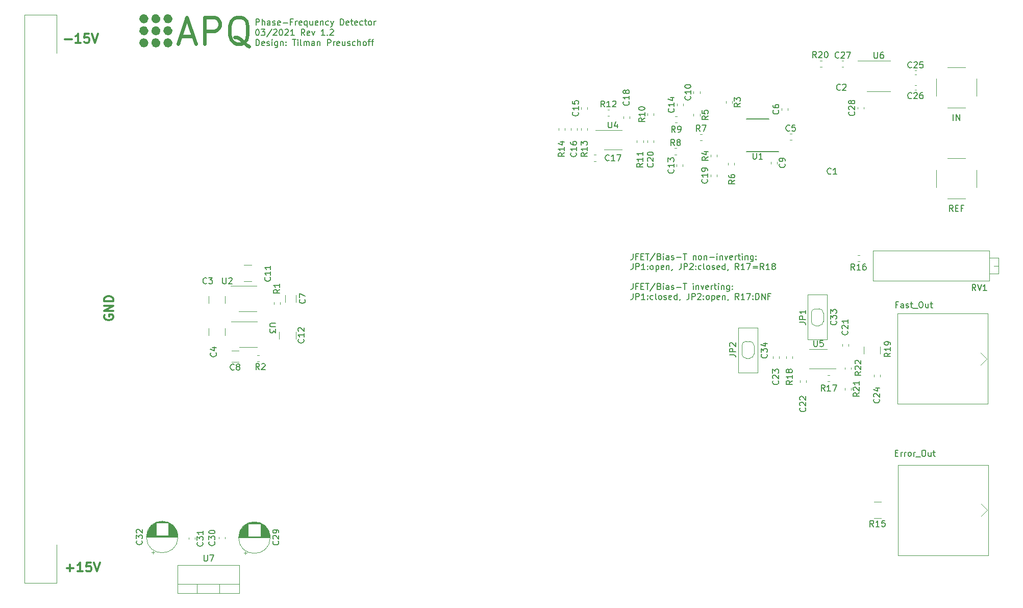
<source format=gbr>
G04 #@! TF.GenerationSoftware,KiCad,Pcbnew,(5.1.9)-1*
G04 #@! TF.CreationDate,2021-03-21T20:31:31+01:00*
G04 #@! TF.ProjectId,PFD_HMC439QS16G,5046445f-484d-4433-9433-395153313647,1.2*
G04 #@! TF.SameCoordinates,Original*
G04 #@! TF.FileFunction,Legend,Top*
G04 #@! TF.FilePolarity,Positive*
%FSLAX46Y46*%
G04 Gerber Fmt 4.6, Leading zero omitted, Abs format (unit mm)*
G04 Created by KiCad (PCBNEW (5.1.9)-1) date 2021-03-21 20:31:31*
%MOMM*%
%LPD*%
G01*
G04 APERTURE LIST*
%ADD10C,0.300000*%
%ADD11C,0.150000*%
%ADD12C,0.200000*%
%ADD13C,0.120000*%
%ADD14C,1.000000*%
%ADD15C,0.600000*%
G04 APERTURE END LIST*
D10*
X83250000Y-102642857D02*
X83178571Y-102785714D01*
X83178571Y-103000000D01*
X83250000Y-103214285D01*
X83392857Y-103357142D01*
X83535714Y-103428571D01*
X83821428Y-103500000D01*
X84035714Y-103500000D01*
X84321428Y-103428571D01*
X84464285Y-103357142D01*
X84607142Y-103214285D01*
X84678571Y-103000000D01*
X84678571Y-102857142D01*
X84607142Y-102642857D01*
X84535714Y-102571428D01*
X84035714Y-102571428D01*
X84035714Y-102857142D01*
X84678571Y-101928571D02*
X83178571Y-101928571D01*
X84678571Y-101071428D01*
X83178571Y-101071428D01*
X84678571Y-100357142D02*
X83178571Y-100357142D01*
X83178571Y-100000000D01*
X83250000Y-99785714D01*
X83392857Y-99642857D01*
X83535714Y-99571428D01*
X83821428Y-99500000D01*
X84035714Y-99500000D01*
X84321428Y-99571428D01*
X84464285Y-99642857D01*
X84607142Y-99785714D01*
X84678571Y-100000000D01*
X84678571Y-100357142D01*
X76657142Y-56907142D02*
X77800000Y-56907142D01*
X79300000Y-57478571D02*
X78442857Y-57478571D01*
X78871428Y-57478571D02*
X78871428Y-55978571D01*
X78728571Y-56192857D01*
X78585714Y-56335714D01*
X78442857Y-56407142D01*
X80657142Y-55978571D02*
X79942857Y-55978571D01*
X79871428Y-56692857D01*
X79942857Y-56621428D01*
X80085714Y-56550000D01*
X80442857Y-56550000D01*
X80585714Y-56621428D01*
X80657142Y-56692857D01*
X80728571Y-56835714D01*
X80728571Y-57192857D01*
X80657142Y-57335714D01*
X80585714Y-57407142D01*
X80442857Y-57478571D01*
X80085714Y-57478571D01*
X79942857Y-57407142D01*
X79871428Y-57335714D01*
X81157142Y-55978571D02*
X81657142Y-57478571D01*
X82157142Y-55978571D01*
X76957142Y-144607142D02*
X78100000Y-144607142D01*
X77528571Y-145178571D02*
X77528571Y-144035714D01*
X79600000Y-145178571D02*
X78742857Y-145178571D01*
X79171428Y-145178571D02*
X79171428Y-143678571D01*
X79028571Y-143892857D01*
X78885714Y-144035714D01*
X78742857Y-144107142D01*
X80957142Y-143678571D02*
X80242857Y-143678571D01*
X80171428Y-144392857D01*
X80242857Y-144321428D01*
X80385714Y-144250000D01*
X80742857Y-144250000D01*
X80885714Y-144321428D01*
X80957142Y-144392857D01*
X81028571Y-144535714D01*
X81028571Y-144892857D01*
X80957142Y-145035714D01*
X80885714Y-145107142D01*
X80742857Y-145178571D01*
X80385714Y-145178571D01*
X80242857Y-145107142D01*
X80171428Y-145035714D01*
X81457142Y-143678571D02*
X81957142Y-145178571D01*
X82457142Y-143678571D01*
D11*
X170921309Y-92452380D02*
X170921309Y-93166666D01*
X170873690Y-93309523D01*
X170778452Y-93404761D01*
X170635595Y-93452380D01*
X170540357Y-93452380D01*
X171730833Y-92928571D02*
X171397500Y-92928571D01*
X171397500Y-93452380D02*
X171397500Y-92452380D01*
X171873690Y-92452380D01*
X172254642Y-92928571D02*
X172587976Y-92928571D01*
X172730833Y-93452380D02*
X172254642Y-93452380D01*
X172254642Y-92452380D01*
X172730833Y-92452380D01*
X173016547Y-92452380D02*
X173587976Y-92452380D01*
X173302261Y-93452380D02*
X173302261Y-92452380D01*
X174635595Y-92404761D02*
X173778452Y-93690476D01*
X175302261Y-92928571D02*
X175445119Y-92976190D01*
X175492738Y-93023809D01*
X175540357Y-93119047D01*
X175540357Y-93261904D01*
X175492738Y-93357142D01*
X175445119Y-93404761D01*
X175349880Y-93452380D01*
X174968928Y-93452380D01*
X174968928Y-92452380D01*
X175302261Y-92452380D01*
X175397500Y-92500000D01*
X175445119Y-92547619D01*
X175492738Y-92642857D01*
X175492738Y-92738095D01*
X175445119Y-92833333D01*
X175397500Y-92880952D01*
X175302261Y-92928571D01*
X174968928Y-92928571D01*
X175968928Y-93452380D02*
X175968928Y-92785714D01*
X175968928Y-92452380D02*
X175921309Y-92500000D01*
X175968928Y-92547619D01*
X176016547Y-92500000D01*
X175968928Y-92452380D01*
X175968928Y-92547619D01*
X176873690Y-93452380D02*
X176873690Y-92928571D01*
X176826071Y-92833333D01*
X176730833Y-92785714D01*
X176540357Y-92785714D01*
X176445119Y-92833333D01*
X176873690Y-93404761D02*
X176778452Y-93452380D01*
X176540357Y-93452380D01*
X176445119Y-93404761D01*
X176397500Y-93309523D01*
X176397500Y-93214285D01*
X176445119Y-93119047D01*
X176540357Y-93071428D01*
X176778452Y-93071428D01*
X176873690Y-93023809D01*
X177302261Y-93404761D02*
X177397500Y-93452380D01*
X177587976Y-93452380D01*
X177683214Y-93404761D01*
X177730833Y-93309523D01*
X177730833Y-93261904D01*
X177683214Y-93166666D01*
X177587976Y-93119047D01*
X177445119Y-93119047D01*
X177349880Y-93071428D01*
X177302261Y-92976190D01*
X177302261Y-92928571D01*
X177349880Y-92833333D01*
X177445119Y-92785714D01*
X177587976Y-92785714D01*
X177683214Y-92833333D01*
X178159404Y-93071428D02*
X178921309Y-93071428D01*
X179254642Y-92452380D02*
X179826071Y-92452380D01*
X179540357Y-93452380D02*
X179540357Y-92452380D01*
X180921309Y-92785714D02*
X180921309Y-93452380D01*
X180921309Y-92880952D02*
X180968928Y-92833333D01*
X181064166Y-92785714D01*
X181207023Y-92785714D01*
X181302261Y-92833333D01*
X181349880Y-92928571D01*
X181349880Y-93452380D01*
X181968928Y-93452380D02*
X181873690Y-93404761D01*
X181826071Y-93357142D01*
X181778452Y-93261904D01*
X181778452Y-92976190D01*
X181826071Y-92880952D01*
X181873690Y-92833333D01*
X181968928Y-92785714D01*
X182111785Y-92785714D01*
X182207023Y-92833333D01*
X182254642Y-92880952D01*
X182302261Y-92976190D01*
X182302261Y-93261904D01*
X182254642Y-93357142D01*
X182207023Y-93404761D01*
X182111785Y-93452380D01*
X181968928Y-93452380D01*
X182730833Y-92785714D02*
X182730833Y-93452380D01*
X182730833Y-92880952D02*
X182778452Y-92833333D01*
X182873690Y-92785714D01*
X183016547Y-92785714D01*
X183111785Y-92833333D01*
X183159404Y-92928571D01*
X183159404Y-93452380D01*
X183635595Y-93071428D02*
X184397500Y-93071428D01*
X184873690Y-93452380D02*
X184873690Y-92785714D01*
X184873690Y-92452380D02*
X184826071Y-92500000D01*
X184873690Y-92547619D01*
X184921309Y-92500000D01*
X184873690Y-92452380D01*
X184873690Y-92547619D01*
X185349880Y-92785714D02*
X185349880Y-93452380D01*
X185349880Y-92880952D02*
X185397500Y-92833333D01*
X185492738Y-92785714D01*
X185635595Y-92785714D01*
X185730833Y-92833333D01*
X185778452Y-92928571D01*
X185778452Y-93452380D01*
X186159404Y-92785714D02*
X186397500Y-93452380D01*
X186635595Y-92785714D01*
X187397500Y-93404761D02*
X187302261Y-93452380D01*
X187111785Y-93452380D01*
X187016547Y-93404761D01*
X186968928Y-93309523D01*
X186968928Y-92928571D01*
X187016547Y-92833333D01*
X187111785Y-92785714D01*
X187302261Y-92785714D01*
X187397500Y-92833333D01*
X187445119Y-92928571D01*
X187445119Y-93023809D01*
X186968928Y-93119047D01*
X187873690Y-93452380D02*
X187873690Y-92785714D01*
X187873690Y-92976190D02*
X187921309Y-92880952D01*
X187968928Y-92833333D01*
X188064166Y-92785714D01*
X188159404Y-92785714D01*
X188349880Y-92785714D02*
X188730833Y-92785714D01*
X188492738Y-92452380D02*
X188492738Y-93309523D01*
X188540357Y-93404761D01*
X188635595Y-93452380D01*
X188730833Y-93452380D01*
X189064166Y-93452380D02*
X189064166Y-92785714D01*
X189064166Y-92452380D02*
X189016547Y-92500000D01*
X189064166Y-92547619D01*
X189111785Y-92500000D01*
X189064166Y-92452380D01*
X189064166Y-92547619D01*
X189540357Y-92785714D02*
X189540357Y-93452380D01*
X189540357Y-92880952D02*
X189587976Y-92833333D01*
X189683214Y-92785714D01*
X189826071Y-92785714D01*
X189921309Y-92833333D01*
X189968928Y-92928571D01*
X189968928Y-93452380D01*
X190873690Y-92785714D02*
X190873690Y-93595238D01*
X190826071Y-93690476D01*
X190778452Y-93738095D01*
X190683214Y-93785714D01*
X190540357Y-93785714D01*
X190445119Y-93738095D01*
X190873690Y-93404761D02*
X190778452Y-93452380D01*
X190587976Y-93452380D01*
X190492738Y-93404761D01*
X190445119Y-93357142D01*
X190397500Y-93261904D01*
X190397500Y-92976190D01*
X190445119Y-92880952D01*
X190492738Y-92833333D01*
X190587976Y-92785714D01*
X190778452Y-92785714D01*
X190873690Y-92833333D01*
X191349880Y-93357142D02*
X191397500Y-93404761D01*
X191349880Y-93452380D01*
X191302261Y-93404761D01*
X191349880Y-93357142D01*
X191349880Y-93452380D01*
X191349880Y-92833333D02*
X191397500Y-92880952D01*
X191349880Y-92928571D01*
X191302261Y-92880952D01*
X191349880Y-92833333D01*
X191349880Y-92928571D01*
X170921309Y-94102380D02*
X170921309Y-94816666D01*
X170873690Y-94959523D01*
X170778452Y-95054761D01*
X170635595Y-95102380D01*
X170540357Y-95102380D01*
X171397500Y-95102380D02*
X171397500Y-94102380D01*
X171778452Y-94102380D01*
X171873690Y-94150000D01*
X171921309Y-94197619D01*
X171968928Y-94292857D01*
X171968928Y-94435714D01*
X171921309Y-94530952D01*
X171873690Y-94578571D01*
X171778452Y-94626190D01*
X171397500Y-94626190D01*
X172921309Y-95102380D02*
X172349880Y-95102380D01*
X172635595Y-95102380D02*
X172635595Y-94102380D01*
X172540357Y-94245238D01*
X172445119Y-94340476D01*
X172349880Y-94388095D01*
X173349880Y-95007142D02*
X173397500Y-95054761D01*
X173349880Y-95102380D01*
X173302261Y-95054761D01*
X173349880Y-95007142D01*
X173349880Y-95102380D01*
X173349880Y-94483333D02*
X173397500Y-94530952D01*
X173349880Y-94578571D01*
X173302261Y-94530952D01*
X173349880Y-94483333D01*
X173349880Y-94578571D01*
X173968928Y-95102380D02*
X173873690Y-95054761D01*
X173826071Y-95007142D01*
X173778452Y-94911904D01*
X173778452Y-94626190D01*
X173826071Y-94530952D01*
X173873690Y-94483333D01*
X173968928Y-94435714D01*
X174111785Y-94435714D01*
X174207023Y-94483333D01*
X174254642Y-94530952D01*
X174302261Y-94626190D01*
X174302261Y-94911904D01*
X174254642Y-95007142D01*
X174207023Y-95054761D01*
X174111785Y-95102380D01*
X173968928Y-95102380D01*
X174730833Y-94435714D02*
X174730833Y-95435714D01*
X174730833Y-94483333D02*
X174826071Y-94435714D01*
X175016547Y-94435714D01*
X175111785Y-94483333D01*
X175159404Y-94530952D01*
X175207023Y-94626190D01*
X175207023Y-94911904D01*
X175159404Y-95007142D01*
X175111785Y-95054761D01*
X175016547Y-95102380D01*
X174826071Y-95102380D01*
X174730833Y-95054761D01*
X176016547Y-95054761D02*
X175921309Y-95102380D01*
X175730833Y-95102380D01*
X175635595Y-95054761D01*
X175587976Y-94959523D01*
X175587976Y-94578571D01*
X175635595Y-94483333D01*
X175730833Y-94435714D01*
X175921309Y-94435714D01*
X176016547Y-94483333D01*
X176064166Y-94578571D01*
X176064166Y-94673809D01*
X175587976Y-94769047D01*
X176492738Y-94435714D02*
X176492738Y-95102380D01*
X176492738Y-94530952D02*
X176540357Y-94483333D01*
X176635595Y-94435714D01*
X176778452Y-94435714D01*
X176873690Y-94483333D01*
X176921309Y-94578571D01*
X176921309Y-95102380D01*
X177445119Y-95054761D02*
X177445119Y-95102380D01*
X177397500Y-95197619D01*
X177349880Y-95245238D01*
X178921309Y-94102380D02*
X178921309Y-94816666D01*
X178873690Y-94959523D01*
X178778452Y-95054761D01*
X178635595Y-95102380D01*
X178540357Y-95102380D01*
X179397500Y-95102380D02*
X179397500Y-94102380D01*
X179778452Y-94102380D01*
X179873690Y-94150000D01*
X179921309Y-94197619D01*
X179968928Y-94292857D01*
X179968928Y-94435714D01*
X179921309Y-94530952D01*
X179873690Y-94578571D01*
X179778452Y-94626190D01*
X179397500Y-94626190D01*
X180349880Y-94197619D02*
X180397500Y-94150000D01*
X180492738Y-94102380D01*
X180730833Y-94102380D01*
X180826071Y-94150000D01*
X180873690Y-94197619D01*
X180921309Y-94292857D01*
X180921309Y-94388095D01*
X180873690Y-94530952D01*
X180302261Y-95102380D01*
X180921309Y-95102380D01*
X181349880Y-95007142D02*
X181397500Y-95054761D01*
X181349880Y-95102380D01*
X181302261Y-95054761D01*
X181349880Y-95007142D01*
X181349880Y-95102380D01*
X181349880Y-94483333D02*
X181397500Y-94530952D01*
X181349880Y-94578571D01*
X181302261Y-94530952D01*
X181349880Y-94483333D01*
X181349880Y-94578571D01*
X182254642Y-95054761D02*
X182159404Y-95102380D01*
X181968928Y-95102380D01*
X181873690Y-95054761D01*
X181826071Y-95007142D01*
X181778452Y-94911904D01*
X181778452Y-94626190D01*
X181826071Y-94530952D01*
X181873690Y-94483333D01*
X181968928Y-94435714D01*
X182159404Y-94435714D01*
X182254642Y-94483333D01*
X182826071Y-95102380D02*
X182730833Y-95054761D01*
X182683214Y-94959523D01*
X182683214Y-94102380D01*
X183349880Y-95102380D02*
X183254642Y-95054761D01*
X183207023Y-95007142D01*
X183159404Y-94911904D01*
X183159404Y-94626190D01*
X183207023Y-94530952D01*
X183254642Y-94483333D01*
X183349880Y-94435714D01*
X183492738Y-94435714D01*
X183587976Y-94483333D01*
X183635595Y-94530952D01*
X183683214Y-94626190D01*
X183683214Y-94911904D01*
X183635595Y-95007142D01*
X183587976Y-95054761D01*
X183492738Y-95102380D01*
X183349880Y-95102380D01*
X184064166Y-95054761D02*
X184159404Y-95102380D01*
X184349880Y-95102380D01*
X184445119Y-95054761D01*
X184492738Y-94959523D01*
X184492738Y-94911904D01*
X184445119Y-94816666D01*
X184349880Y-94769047D01*
X184207023Y-94769047D01*
X184111785Y-94721428D01*
X184064166Y-94626190D01*
X184064166Y-94578571D01*
X184111785Y-94483333D01*
X184207023Y-94435714D01*
X184349880Y-94435714D01*
X184445119Y-94483333D01*
X185302261Y-95054761D02*
X185207023Y-95102380D01*
X185016547Y-95102380D01*
X184921309Y-95054761D01*
X184873690Y-94959523D01*
X184873690Y-94578571D01*
X184921309Y-94483333D01*
X185016547Y-94435714D01*
X185207023Y-94435714D01*
X185302261Y-94483333D01*
X185349880Y-94578571D01*
X185349880Y-94673809D01*
X184873690Y-94769047D01*
X186207023Y-95102380D02*
X186207023Y-94102380D01*
X186207023Y-95054761D02*
X186111785Y-95102380D01*
X185921309Y-95102380D01*
X185826071Y-95054761D01*
X185778452Y-95007142D01*
X185730833Y-94911904D01*
X185730833Y-94626190D01*
X185778452Y-94530952D01*
X185826071Y-94483333D01*
X185921309Y-94435714D01*
X186111785Y-94435714D01*
X186207023Y-94483333D01*
X186730833Y-95054761D02*
X186730833Y-95102380D01*
X186683214Y-95197619D01*
X186635595Y-95245238D01*
X188492738Y-95102380D02*
X188159404Y-94626190D01*
X187921309Y-95102380D02*
X187921309Y-94102380D01*
X188302261Y-94102380D01*
X188397500Y-94150000D01*
X188445119Y-94197619D01*
X188492738Y-94292857D01*
X188492738Y-94435714D01*
X188445119Y-94530952D01*
X188397500Y-94578571D01*
X188302261Y-94626190D01*
X187921309Y-94626190D01*
X189445119Y-95102380D02*
X188873690Y-95102380D01*
X189159404Y-95102380D02*
X189159404Y-94102380D01*
X189064166Y-94245238D01*
X188968928Y-94340476D01*
X188873690Y-94388095D01*
X189778452Y-94102380D02*
X190445119Y-94102380D01*
X190016547Y-95102380D01*
X190826071Y-94578571D02*
X191587976Y-94578571D01*
X191587976Y-94864285D02*
X190826071Y-94864285D01*
X192635595Y-95102380D02*
X192302261Y-94626190D01*
X192064166Y-95102380D02*
X192064166Y-94102380D01*
X192445119Y-94102380D01*
X192540357Y-94150000D01*
X192587976Y-94197619D01*
X192635595Y-94292857D01*
X192635595Y-94435714D01*
X192587976Y-94530952D01*
X192540357Y-94578571D01*
X192445119Y-94626190D01*
X192064166Y-94626190D01*
X193587976Y-95102380D02*
X193016547Y-95102380D01*
X193302261Y-95102380D02*
X193302261Y-94102380D01*
X193207023Y-94245238D01*
X193111785Y-94340476D01*
X193016547Y-94388095D01*
X194159404Y-94530952D02*
X194064166Y-94483333D01*
X194016547Y-94435714D01*
X193968928Y-94340476D01*
X193968928Y-94292857D01*
X194016547Y-94197619D01*
X194064166Y-94150000D01*
X194159404Y-94102380D01*
X194349880Y-94102380D01*
X194445119Y-94150000D01*
X194492738Y-94197619D01*
X194540357Y-94292857D01*
X194540357Y-94340476D01*
X194492738Y-94435714D01*
X194445119Y-94483333D01*
X194349880Y-94530952D01*
X194159404Y-94530952D01*
X194064166Y-94578571D01*
X194016547Y-94626190D01*
X193968928Y-94721428D01*
X193968928Y-94911904D01*
X194016547Y-95007142D01*
X194064166Y-95054761D01*
X194159404Y-95102380D01*
X194349880Y-95102380D01*
X194445119Y-95054761D01*
X194492738Y-95007142D01*
X194540357Y-94911904D01*
X194540357Y-94721428D01*
X194492738Y-94626190D01*
X194445119Y-94578571D01*
X194349880Y-94530952D01*
X170921309Y-97402380D02*
X170921309Y-98116666D01*
X170873690Y-98259523D01*
X170778452Y-98354761D01*
X170635595Y-98402380D01*
X170540357Y-98402380D01*
X171730833Y-97878571D02*
X171397500Y-97878571D01*
X171397500Y-98402380D02*
X171397500Y-97402380D01*
X171873690Y-97402380D01*
X172254642Y-97878571D02*
X172587976Y-97878571D01*
X172730833Y-98402380D02*
X172254642Y-98402380D01*
X172254642Y-97402380D01*
X172730833Y-97402380D01*
X173016547Y-97402380D02*
X173587976Y-97402380D01*
X173302261Y-98402380D02*
X173302261Y-97402380D01*
X174635595Y-97354761D02*
X173778452Y-98640476D01*
X175302261Y-97878571D02*
X175445119Y-97926190D01*
X175492738Y-97973809D01*
X175540357Y-98069047D01*
X175540357Y-98211904D01*
X175492738Y-98307142D01*
X175445119Y-98354761D01*
X175349880Y-98402380D01*
X174968928Y-98402380D01*
X174968928Y-97402380D01*
X175302261Y-97402380D01*
X175397500Y-97450000D01*
X175445119Y-97497619D01*
X175492738Y-97592857D01*
X175492738Y-97688095D01*
X175445119Y-97783333D01*
X175397500Y-97830952D01*
X175302261Y-97878571D01*
X174968928Y-97878571D01*
X175968928Y-98402380D02*
X175968928Y-97735714D01*
X175968928Y-97402380D02*
X175921309Y-97450000D01*
X175968928Y-97497619D01*
X176016547Y-97450000D01*
X175968928Y-97402380D01*
X175968928Y-97497619D01*
X176873690Y-98402380D02*
X176873690Y-97878571D01*
X176826071Y-97783333D01*
X176730833Y-97735714D01*
X176540357Y-97735714D01*
X176445119Y-97783333D01*
X176873690Y-98354761D02*
X176778452Y-98402380D01*
X176540357Y-98402380D01*
X176445119Y-98354761D01*
X176397500Y-98259523D01*
X176397500Y-98164285D01*
X176445119Y-98069047D01*
X176540357Y-98021428D01*
X176778452Y-98021428D01*
X176873690Y-97973809D01*
X177302261Y-98354761D02*
X177397500Y-98402380D01*
X177587976Y-98402380D01*
X177683214Y-98354761D01*
X177730833Y-98259523D01*
X177730833Y-98211904D01*
X177683214Y-98116666D01*
X177587976Y-98069047D01*
X177445119Y-98069047D01*
X177349880Y-98021428D01*
X177302261Y-97926190D01*
X177302261Y-97878571D01*
X177349880Y-97783333D01*
X177445119Y-97735714D01*
X177587976Y-97735714D01*
X177683214Y-97783333D01*
X178159404Y-98021428D02*
X178921309Y-98021428D01*
X179254642Y-97402380D02*
X179826071Y-97402380D01*
X179540357Y-98402380D02*
X179540357Y-97402380D01*
X180921309Y-98402380D02*
X180921309Y-97735714D01*
X180921309Y-97402380D02*
X180873690Y-97450000D01*
X180921309Y-97497619D01*
X180968928Y-97450000D01*
X180921309Y-97402380D01*
X180921309Y-97497619D01*
X181397500Y-97735714D02*
X181397500Y-98402380D01*
X181397500Y-97830952D02*
X181445119Y-97783333D01*
X181540357Y-97735714D01*
X181683214Y-97735714D01*
X181778452Y-97783333D01*
X181826071Y-97878571D01*
X181826071Y-98402380D01*
X182207023Y-97735714D02*
X182445119Y-98402380D01*
X182683214Y-97735714D01*
X183445119Y-98354761D02*
X183349880Y-98402380D01*
X183159404Y-98402380D01*
X183064166Y-98354761D01*
X183016547Y-98259523D01*
X183016547Y-97878571D01*
X183064166Y-97783333D01*
X183159404Y-97735714D01*
X183349880Y-97735714D01*
X183445119Y-97783333D01*
X183492738Y-97878571D01*
X183492738Y-97973809D01*
X183016547Y-98069047D01*
X183921309Y-98402380D02*
X183921309Y-97735714D01*
X183921309Y-97926190D02*
X183968928Y-97830952D01*
X184016547Y-97783333D01*
X184111785Y-97735714D01*
X184207023Y-97735714D01*
X184397500Y-97735714D02*
X184778452Y-97735714D01*
X184540357Y-97402380D02*
X184540357Y-98259523D01*
X184587976Y-98354761D01*
X184683214Y-98402380D01*
X184778452Y-98402380D01*
X185111785Y-98402380D02*
X185111785Y-97735714D01*
X185111785Y-97402380D02*
X185064166Y-97450000D01*
X185111785Y-97497619D01*
X185159404Y-97450000D01*
X185111785Y-97402380D01*
X185111785Y-97497619D01*
X185587976Y-97735714D02*
X185587976Y-98402380D01*
X185587976Y-97830952D02*
X185635595Y-97783333D01*
X185730833Y-97735714D01*
X185873690Y-97735714D01*
X185968928Y-97783333D01*
X186016547Y-97878571D01*
X186016547Y-98402380D01*
X186921309Y-97735714D02*
X186921309Y-98545238D01*
X186873690Y-98640476D01*
X186826071Y-98688095D01*
X186730833Y-98735714D01*
X186587976Y-98735714D01*
X186492738Y-98688095D01*
X186921309Y-98354761D02*
X186826071Y-98402380D01*
X186635595Y-98402380D01*
X186540357Y-98354761D01*
X186492738Y-98307142D01*
X186445119Y-98211904D01*
X186445119Y-97926190D01*
X186492738Y-97830952D01*
X186540357Y-97783333D01*
X186635595Y-97735714D01*
X186826071Y-97735714D01*
X186921309Y-97783333D01*
X187397500Y-98307142D02*
X187445119Y-98354761D01*
X187397500Y-98402380D01*
X187349880Y-98354761D01*
X187397500Y-98307142D01*
X187397500Y-98402380D01*
X187397500Y-97783333D02*
X187445119Y-97830952D01*
X187397500Y-97878571D01*
X187349880Y-97830952D01*
X187397500Y-97783333D01*
X187397500Y-97878571D01*
X170921309Y-99052380D02*
X170921309Y-99766666D01*
X170873690Y-99909523D01*
X170778452Y-100004761D01*
X170635595Y-100052380D01*
X170540357Y-100052380D01*
X171397500Y-100052380D02*
X171397500Y-99052380D01*
X171778452Y-99052380D01*
X171873690Y-99100000D01*
X171921309Y-99147619D01*
X171968928Y-99242857D01*
X171968928Y-99385714D01*
X171921309Y-99480952D01*
X171873690Y-99528571D01*
X171778452Y-99576190D01*
X171397500Y-99576190D01*
X172921309Y-100052380D02*
X172349880Y-100052380D01*
X172635595Y-100052380D02*
X172635595Y-99052380D01*
X172540357Y-99195238D01*
X172445119Y-99290476D01*
X172349880Y-99338095D01*
X173349880Y-99957142D02*
X173397500Y-100004761D01*
X173349880Y-100052380D01*
X173302261Y-100004761D01*
X173349880Y-99957142D01*
X173349880Y-100052380D01*
X173349880Y-99433333D02*
X173397500Y-99480952D01*
X173349880Y-99528571D01*
X173302261Y-99480952D01*
X173349880Y-99433333D01*
X173349880Y-99528571D01*
X174254642Y-100004761D02*
X174159404Y-100052380D01*
X173968928Y-100052380D01*
X173873690Y-100004761D01*
X173826071Y-99957142D01*
X173778452Y-99861904D01*
X173778452Y-99576190D01*
X173826071Y-99480952D01*
X173873690Y-99433333D01*
X173968928Y-99385714D01*
X174159404Y-99385714D01*
X174254642Y-99433333D01*
X174826071Y-100052380D02*
X174730833Y-100004761D01*
X174683214Y-99909523D01*
X174683214Y-99052380D01*
X175349880Y-100052380D02*
X175254642Y-100004761D01*
X175207023Y-99957142D01*
X175159404Y-99861904D01*
X175159404Y-99576190D01*
X175207023Y-99480952D01*
X175254642Y-99433333D01*
X175349880Y-99385714D01*
X175492738Y-99385714D01*
X175587976Y-99433333D01*
X175635595Y-99480952D01*
X175683214Y-99576190D01*
X175683214Y-99861904D01*
X175635595Y-99957142D01*
X175587976Y-100004761D01*
X175492738Y-100052380D01*
X175349880Y-100052380D01*
X176064166Y-100004761D02*
X176159404Y-100052380D01*
X176349880Y-100052380D01*
X176445119Y-100004761D01*
X176492738Y-99909523D01*
X176492738Y-99861904D01*
X176445119Y-99766666D01*
X176349880Y-99719047D01*
X176207023Y-99719047D01*
X176111785Y-99671428D01*
X176064166Y-99576190D01*
X176064166Y-99528571D01*
X176111785Y-99433333D01*
X176207023Y-99385714D01*
X176349880Y-99385714D01*
X176445119Y-99433333D01*
X177302261Y-100004761D02*
X177207023Y-100052380D01*
X177016547Y-100052380D01*
X176921309Y-100004761D01*
X176873690Y-99909523D01*
X176873690Y-99528571D01*
X176921309Y-99433333D01*
X177016547Y-99385714D01*
X177207023Y-99385714D01*
X177302261Y-99433333D01*
X177349880Y-99528571D01*
X177349880Y-99623809D01*
X176873690Y-99719047D01*
X178207023Y-100052380D02*
X178207023Y-99052380D01*
X178207023Y-100004761D02*
X178111785Y-100052380D01*
X177921309Y-100052380D01*
X177826071Y-100004761D01*
X177778452Y-99957142D01*
X177730833Y-99861904D01*
X177730833Y-99576190D01*
X177778452Y-99480952D01*
X177826071Y-99433333D01*
X177921309Y-99385714D01*
X178111785Y-99385714D01*
X178207023Y-99433333D01*
X178730833Y-100004761D02*
X178730833Y-100052380D01*
X178683214Y-100147619D01*
X178635595Y-100195238D01*
X180207023Y-99052380D02*
X180207023Y-99766666D01*
X180159404Y-99909523D01*
X180064166Y-100004761D01*
X179921309Y-100052380D01*
X179826071Y-100052380D01*
X180683214Y-100052380D02*
X180683214Y-99052380D01*
X181064166Y-99052380D01*
X181159404Y-99100000D01*
X181207023Y-99147619D01*
X181254642Y-99242857D01*
X181254642Y-99385714D01*
X181207023Y-99480952D01*
X181159404Y-99528571D01*
X181064166Y-99576190D01*
X180683214Y-99576190D01*
X181635595Y-99147619D02*
X181683214Y-99100000D01*
X181778452Y-99052380D01*
X182016547Y-99052380D01*
X182111785Y-99100000D01*
X182159404Y-99147619D01*
X182207023Y-99242857D01*
X182207023Y-99338095D01*
X182159404Y-99480952D01*
X181587976Y-100052380D01*
X182207023Y-100052380D01*
X182635595Y-99957142D02*
X182683214Y-100004761D01*
X182635595Y-100052380D01*
X182587976Y-100004761D01*
X182635595Y-99957142D01*
X182635595Y-100052380D01*
X182635595Y-99433333D02*
X182683214Y-99480952D01*
X182635595Y-99528571D01*
X182587976Y-99480952D01*
X182635595Y-99433333D01*
X182635595Y-99528571D01*
X183254642Y-100052380D02*
X183159404Y-100004761D01*
X183111785Y-99957142D01*
X183064166Y-99861904D01*
X183064166Y-99576190D01*
X183111785Y-99480952D01*
X183159404Y-99433333D01*
X183254642Y-99385714D01*
X183397500Y-99385714D01*
X183492738Y-99433333D01*
X183540357Y-99480952D01*
X183587976Y-99576190D01*
X183587976Y-99861904D01*
X183540357Y-99957142D01*
X183492738Y-100004761D01*
X183397500Y-100052380D01*
X183254642Y-100052380D01*
X184016547Y-99385714D02*
X184016547Y-100385714D01*
X184016547Y-99433333D02*
X184111785Y-99385714D01*
X184302261Y-99385714D01*
X184397500Y-99433333D01*
X184445119Y-99480952D01*
X184492738Y-99576190D01*
X184492738Y-99861904D01*
X184445119Y-99957142D01*
X184397500Y-100004761D01*
X184302261Y-100052380D01*
X184111785Y-100052380D01*
X184016547Y-100004761D01*
X185302261Y-100004761D02*
X185207023Y-100052380D01*
X185016547Y-100052380D01*
X184921309Y-100004761D01*
X184873690Y-99909523D01*
X184873690Y-99528571D01*
X184921309Y-99433333D01*
X185016547Y-99385714D01*
X185207023Y-99385714D01*
X185302261Y-99433333D01*
X185349880Y-99528571D01*
X185349880Y-99623809D01*
X184873690Y-99719047D01*
X185778452Y-99385714D02*
X185778452Y-100052380D01*
X185778452Y-99480952D02*
X185826071Y-99433333D01*
X185921309Y-99385714D01*
X186064166Y-99385714D01*
X186159404Y-99433333D01*
X186207023Y-99528571D01*
X186207023Y-100052380D01*
X186730833Y-100004761D02*
X186730833Y-100052380D01*
X186683214Y-100147619D01*
X186635595Y-100195238D01*
X188492738Y-100052380D02*
X188159404Y-99576190D01*
X187921309Y-100052380D02*
X187921309Y-99052380D01*
X188302261Y-99052380D01*
X188397500Y-99100000D01*
X188445119Y-99147619D01*
X188492738Y-99242857D01*
X188492738Y-99385714D01*
X188445119Y-99480952D01*
X188397500Y-99528571D01*
X188302261Y-99576190D01*
X187921309Y-99576190D01*
X189445119Y-100052380D02*
X188873690Y-100052380D01*
X189159404Y-100052380D02*
X189159404Y-99052380D01*
X189064166Y-99195238D01*
X188968928Y-99290476D01*
X188873690Y-99338095D01*
X189778452Y-99052380D02*
X190445119Y-99052380D01*
X190016547Y-100052380D01*
X190826071Y-99957142D02*
X190873690Y-100004761D01*
X190826071Y-100052380D01*
X190778452Y-100004761D01*
X190826071Y-99957142D01*
X190826071Y-100052380D01*
X190826071Y-99433333D02*
X190873690Y-99480952D01*
X190826071Y-99528571D01*
X190778452Y-99480952D01*
X190826071Y-99433333D01*
X190826071Y-99528571D01*
X191302261Y-100052380D02*
X191302261Y-99052380D01*
X191540357Y-99052380D01*
X191683214Y-99100000D01*
X191778452Y-99195238D01*
X191826071Y-99290476D01*
X191873690Y-99480952D01*
X191873690Y-99623809D01*
X191826071Y-99814285D01*
X191778452Y-99909523D01*
X191683214Y-100004761D01*
X191540357Y-100052380D01*
X191302261Y-100052380D01*
X192302261Y-100052380D02*
X192302261Y-99052380D01*
X192873690Y-100052380D01*
X192873690Y-99052380D01*
X193683214Y-99528571D02*
X193349880Y-99528571D01*
X193349880Y-100052380D02*
X193349880Y-99052380D01*
X193826071Y-99052380D01*
D12*
X108368095Y-54552380D02*
X108368095Y-53552380D01*
X108749047Y-53552380D01*
X108844285Y-53600000D01*
X108891904Y-53647619D01*
X108939523Y-53742857D01*
X108939523Y-53885714D01*
X108891904Y-53980952D01*
X108844285Y-54028571D01*
X108749047Y-54076190D01*
X108368095Y-54076190D01*
X109368095Y-54552380D02*
X109368095Y-53552380D01*
X109796666Y-54552380D02*
X109796666Y-54028571D01*
X109749047Y-53933333D01*
X109653809Y-53885714D01*
X109510952Y-53885714D01*
X109415714Y-53933333D01*
X109368095Y-53980952D01*
X110701428Y-54552380D02*
X110701428Y-54028571D01*
X110653809Y-53933333D01*
X110558571Y-53885714D01*
X110368095Y-53885714D01*
X110272857Y-53933333D01*
X110701428Y-54504761D02*
X110606190Y-54552380D01*
X110368095Y-54552380D01*
X110272857Y-54504761D01*
X110225238Y-54409523D01*
X110225238Y-54314285D01*
X110272857Y-54219047D01*
X110368095Y-54171428D01*
X110606190Y-54171428D01*
X110701428Y-54123809D01*
X111130000Y-54504761D02*
X111225238Y-54552380D01*
X111415714Y-54552380D01*
X111510952Y-54504761D01*
X111558571Y-54409523D01*
X111558571Y-54361904D01*
X111510952Y-54266666D01*
X111415714Y-54219047D01*
X111272857Y-54219047D01*
X111177619Y-54171428D01*
X111130000Y-54076190D01*
X111130000Y-54028571D01*
X111177619Y-53933333D01*
X111272857Y-53885714D01*
X111415714Y-53885714D01*
X111510952Y-53933333D01*
X112368095Y-54504761D02*
X112272857Y-54552380D01*
X112082380Y-54552380D01*
X111987142Y-54504761D01*
X111939523Y-54409523D01*
X111939523Y-54028571D01*
X111987142Y-53933333D01*
X112082380Y-53885714D01*
X112272857Y-53885714D01*
X112368095Y-53933333D01*
X112415714Y-54028571D01*
X112415714Y-54123809D01*
X111939523Y-54219047D01*
X112844285Y-54171428D02*
X113606190Y-54171428D01*
X114415714Y-54028571D02*
X114082380Y-54028571D01*
X114082380Y-54552380D02*
X114082380Y-53552380D01*
X114558571Y-53552380D01*
X114939523Y-54552380D02*
X114939523Y-53885714D01*
X114939523Y-54076190D02*
X114987142Y-53980952D01*
X115034761Y-53933333D01*
X115130000Y-53885714D01*
X115225238Y-53885714D01*
X115939523Y-54504761D02*
X115844285Y-54552380D01*
X115653809Y-54552380D01*
X115558571Y-54504761D01*
X115510952Y-54409523D01*
X115510952Y-54028571D01*
X115558571Y-53933333D01*
X115653809Y-53885714D01*
X115844285Y-53885714D01*
X115939523Y-53933333D01*
X115987142Y-54028571D01*
X115987142Y-54123809D01*
X115510952Y-54219047D01*
X116844285Y-53885714D02*
X116844285Y-54885714D01*
X116844285Y-54504761D02*
X116749047Y-54552380D01*
X116558571Y-54552380D01*
X116463333Y-54504761D01*
X116415714Y-54457142D01*
X116368095Y-54361904D01*
X116368095Y-54076190D01*
X116415714Y-53980952D01*
X116463333Y-53933333D01*
X116558571Y-53885714D01*
X116749047Y-53885714D01*
X116844285Y-53933333D01*
X117749047Y-53885714D02*
X117749047Y-54552380D01*
X117320476Y-53885714D02*
X117320476Y-54409523D01*
X117368095Y-54504761D01*
X117463333Y-54552380D01*
X117606190Y-54552380D01*
X117701428Y-54504761D01*
X117749047Y-54457142D01*
X118606190Y-54504761D02*
X118510952Y-54552380D01*
X118320476Y-54552380D01*
X118225238Y-54504761D01*
X118177619Y-54409523D01*
X118177619Y-54028571D01*
X118225238Y-53933333D01*
X118320476Y-53885714D01*
X118510952Y-53885714D01*
X118606190Y-53933333D01*
X118653809Y-54028571D01*
X118653809Y-54123809D01*
X118177619Y-54219047D01*
X119082380Y-53885714D02*
X119082380Y-54552380D01*
X119082380Y-53980952D02*
X119130000Y-53933333D01*
X119225238Y-53885714D01*
X119368095Y-53885714D01*
X119463333Y-53933333D01*
X119510952Y-54028571D01*
X119510952Y-54552380D01*
X120415714Y-54504761D02*
X120320476Y-54552380D01*
X120130000Y-54552380D01*
X120034761Y-54504761D01*
X119987142Y-54457142D01*
X119939523Y-54361904D01*
X119939523Y-54076190D01*
X119987142Y-53980952D01*
X120034761Y-53933333D01*
X120130000Y-53885714D01*
X120320476Y-53885714D01*
X120415714Y-53933333D01*
X120749047Y-53885714D02*
X120987142Y-54552380D01*
X121225238Y-53885714D02*
X120987142Y-54552380D01*
X120891904Y-54790476D01*
X120844285Y-54838095D01*
X120749047Y-54885714D01*
X122368095Y-54552380D02*
X122368095Y-53552380D01*
X122606190Y-53552380D01*
X122749047Y-53600000D01*
X122844285Y-53695238D01*
X122891904Y-53790476D01*
X122939523Y-53980952D01*
X122939523Y-54123809D01*
X122891904Y-54314285D01*
X122844285Y-54409523D01*
X122749047Y-54504761D01*
X122606190Y-54552380D01*
X122368095Y-54552380D01*
X123749047Y-54504761D02*
X123653809Y-54552380D01*
X123463333Y-54552380D01*
X123368095Y-54504761D01*
X123320476Y-54409523D01*
X123320476Y-54028571D01*
X123368095Y-53933333D01*
X123463333Y-53885714D01*
X123653809Y-53885714D01*
X123749047Y-53933333D01*
X123796666Y-54028571D01*
X123796666Y-54123809D01*
X123320476Y-54219047D01*
X124082380Y-53885714D02*
X124463333Y-53885714D01*
X124225238Y-53552380D02*
X124225238Y-54409523D01*
X124272857Y-54504761D01*
X124368095Y-54552380D01*
X124463333Y-54552380D01*
X125177619Y-54504761D02*
X125082380Y-54552380D01*
X124891904Y-54552380D01*
X124796666Y-54504761D01*
X124749047Y-54409523D01*
X124749047Y-54028571D01*
X124796666Y-53933333D01*
X124891904Y-53885714D01*
X125082380Y-53885714D01*
X125177619Y-53933333D01*
X125225238Y-54028571D01*
X125225238Y-54123809D01*
X124749047Y-54219047D01*
X126082380Y-54504761D02*
X125987142Y-54552380D01*
X125796666Y-54552380D01*
X125701428Y-54504761D01*
X125653809Y-54457142D01*
X125606190Y-54361904D01*
X125606190Y-54076190D01*
X125653809Y-53980952D01*
X125701428Y-53933333D01*
X125796666Y-53885714D01*
X125987142Y-53885714D01*
X126082380Y-53933333D01*
X126368095Y-53885714D02*
X126749047Y-53885714D01*
X126510952Y-53552380D02*
X126510952Y-54409523D01*
X126558571Y-54504761D01*
X126653809Y-54552380D01*
X126749047Y-54552380D01*
X127225238Y-54552380D02*
X127130000Y-54504761D01*
X127082380Y-54457142D01*
X127034761Y-54361904D01*
X127034761Y-54076190D01*
X127082380Y-53980952D01*
X127130000Y-53933333D01*
X127225238Y-53885714D01*
X127368095Y-53885714D01*
X127463333Y-53933333D01*
X127510952Y-53980952D01*
X127558571Y-54076190D01*
X127558571Y-54361904D01*
X127510952Y-54457142D01*
X127463333Y-54504761D01*
X127368095Y-54552380D01*
X127225238Y-54552380D01*
X127987142Y-54552380D02*
X127987142Y-53885714D01*
X127987142Y-54076190D02*
X128034761Y-53980952D01*
X128082380Y-53933333D01*
X128177619Y-53885714D01*
X128272857Y-53885714D01*
X108558571Y-55252380D02*
X108653809Y-55252380D01*
X108749047Y-55300000D01*
X108796666Y-55347619D01*
X108844285Y-55442857D01*
X108891904Y-55633333D01*
X108891904Y-55871428D01*
X108844285Y-56061904D01*
X108796666Y-56157142D01*
X108749047Y-56204761D01*
X108653809Y-56252380D01*
X108558571Y-56252380D01*
X108463333Y-56204761D01*
X108415714Y-56157142D01*
X108368095Y-56061904D01*
X108320476Y-55871428D01*
X108320476Y-55633333D01*
X108368095Y-55442857D01*
X108415714Y-55347619D01*
X108463333Y-55300000D01*
X108558571Y-55252380D01*
X109225238Y-55252380D02*
X109844285Y-55252380D01*
X109510952Y-55633333D01*
X109653809Y-55633333D01*
X109749047Y-55680952D01*
X109796666Y-55728571D01*
X109844285Y-55823809D01*
X109844285Y-56061904D01*
X109796666Y-56157142D01*
X109749047Y-56204761D01*
X109653809Y-56252380D01*
X109368095Y-56252380D01*
X109272857Y-56204761D01*
X109225238Y-56157142D01*
X110987142Y-55204761D02*
X110130000Y-56490476D01*
X111272857Y-55347619D02*
X111320476Y-55300000D01*
X111415714Y-55252380D01*
X111653809Y-55252380D01*
X111749047Y-55300000D01*
X111796666Y-55347619D01*
X111844285Y-55442857D01*
X111844285Y-55538095D01*
X111796666Y-55680952D01*
X111225238Y-56252380D01*
X111844285Y-56252380D01*
X112463333Y-55252380D02*
X112558571Y-55252380D01*
X112653809Y-55300000D01*
X112701428Y-55347619D01*
X112749047Y-55442857D01*
X112796666Y-55633333D01*
X112796666Y-55871428D01*
X112749047Y-56061904D01*
X112701428Y-56157142D01*
X112653809Y-56204761D01*
X112558571Y-56252380D01*
X112463333Y-56252380D01*
X112368095Y-56204761D01*
X112320476Y-56157142D01*
X112272857Y-56061904D01*
X112225238Y-55871428D01*
X112225238Y-55633333D01*
X112272857Y-55442857D01*
X112320476Y-55347619D01*
X112368095Y-55300000D01*
X112463333Y-55252380D01*
X113177619Y-55347619D02*
X113225238Y-55300000D01*
X113320476Y-55252380D01*
X113558571Y-55252380D01*
X113653809Y-55300000D01*
X113701428Y-55347619D01*
X113749047Y-55442857D01*
X113749047Y-55538095D01*
X113701428Y-55680952D01*
X113130000Y-56252380D01*
X113749047Y-56252380D01*
X114701428Y-56252380D02*
X114130000Y-56252380D01*
X114415714Y-56252380D02*
X114415714Y-55252380D01*
X114320476Y-55395238D01*
X114225238Y-55490476D01*
X114130000Y-55538095D01*
X116463333Y-56252380D02*
X116130000Y-55776190D01*
X115891904Y-56252380D02*
X115891904Y-55252380D01*
X116272857Y-55252380D01*
X116368095Y-55300000D01*
X116415714Y-55347619D01*
X116463333Y-55442857D01*
X116463333Y-55585714D01*
X116415714Y-55680952D01*
X116368095Y-55728571D01*
X116272857Y-55776190D01*
X115891904Y-55776190D01*
X117272857Y-56204761D02*
X117177619Y-56252380D01*
X116987142Y-56252380D01*
X116891904Y-56204761D01*
X116844285Y-56109523D01*
X116844285Y-55728571D01*
X116891904Y-55633333D01*
X116987142Y-55585714D01*
X117177619Y-55585714D01*
X117272857Y-55633333D01*
X117320476Y-55728571D01*
X117320476Y-55823809D01*
X116844285Y-55919047D01*
X117653809Y-55585714D02*
X117891904Y-56252380D01*
X118130000Y-55585714D01*
X119796666Y-56252380D02*
X119225238Y-56252380D01*
X119510952Y-56252380D02*
X119510952Y-55252380D01*
X119415714Y-55395238D01*
X119320476Y-55490476D01*
X119225238Y-55538095D01*
X120225238Y-56157142D02*
X120272857Y-56204761D01*
X120225238Y-56252380D01*
X120177619Y-56204761D01*
X120225238Y-56157142D01*
X120225238Y-56252380D01*
X120653809Y-55347619D02*
X120701428Y-55300000D01*
X120796666Y-55252380D01*
X121034761Y-55252380D01*
X121130000Y-55300000D01*
X121177619Y-55347619D01*
X121225238Y-55442857D01*
X121225238Y-55538095D01*
X121177619Y-55680952D01*
X120606190Y-56252380D01*
X121225238Y-56252380D01*
X108368095Y-57952380D02*
X108368095Y-56952380D01*
X108606190Y-56952380D01*
X108749047Y-57000000D01*
X108844285Y-57095238D01*
X108891904Y-57190476D01*
X108939523Y-57380952D01*
X108939523Y-57523809D01*
X108891904Y-57714285D01*
X108844285Y-57809523D01*
X108749047Y-57904761D01*
X108606190Y-57952380D01*
X108368095Y-57952380D01*
X109749047Y-57904761D02*
X109653809Y-57952380D01*
X109463333Y-57952380D01*
X109368095Y-57904761D01*
X109320476Y-57809523D01*
X109320476Y-57428571D01*
X109368095Y-57333333D01*
X109463333Y-57285714D01*
X109653809Y-57285714D01*
X109749047Y-57333333D01*
X109796666Y-57428571D01*
X109796666Y-57523809D01*
X109320476Y-57619047D01*
X110177619Y-57904761D02*
X110272857Y-57952380D01*
X110463333Y-57952380D01*
X110558571Y-57904761D01*
X110606190Y-57809523D01*
X110606190Y-57761904D01*
X110558571Y-57666666D01*
X110463333Y-57619047D01*
X110320476Y-57619047D01*
X110225238Y-57571428D01*
X110177619Y-57476190D01*
X110177619Y-57428571D01*
X110225238Y-57333333D01*
X110320476Y-57285714D01*
X110463333Y-57285714D01*
X110558571Y-57333333D01*
X111034761Y-57952380D02*
X111034761Y-57285714D01*
X111034761Y-56952380D02*
X110987142Y-57000000D01*
X111034761Y-57047619D01*
X111082380Y-57000000D01*
X111034761Y-56952380D01*
X111034761Y-57047619D01*
X111939523Y-57285714D02*
X111939523Y-58095238D01*
X111891904Y-58190476D01*
X111844285Y-58238095D01*
X111749047Y-58285714D01*
X111606190Y-58285714D01*
X111510952Y-58238095D01*
X111939523Y-57904761D02*
X111844285Y-57952380D01*
X111653809Y-57952380D01*
X111558571Y-57904761D01*
X111510952Y-57857142D01*
X111463333Y-57761904D01*
X111463333Y-57476190D01*
X111510952Y-57380952D01*
X111558571Y-57333333D01*
X111653809Y-57285714D01*
X111844285Y-57285714D01*
X111939523Y-57333333D01*
X112415714Y-57285714D02*
X112415714Y-57952380D01*
X112415714Y-57380952D02*
X112463333Y-57333333D01*
X112558571Y-57285714D01*
X112701428Y-57285714D01*
X112796666Y-57333333D01*
X112844285Y-57428571D01*
X112844285Y-57952380D01*
X113320476Y-57857142D02*
X113368095Y-57904761D01*
X113320476Y-57952380D01*
X113272857Y-57904761D01*
X113320476Y-57857142D01*
X113320476Y-57952380D01*
X113320476Y-57333333D02*
X113368095Y-57380952D01*
X113320476Y-57428571D01*
X113272857Y-57380952D01*
X113320476Y-57333333D01*
X113320476Y-57428571D01*
X114415714Y-56952380D02*
X114987142Y-56952380D01*
X114701428Y-57952380D02*
X114701428Y-56952380D01*
X115320476Y-57952380D02*
X115320476Y-57285714D01*
X115320476Y-56952380D02*
X115272857Y-57000000D01*
X115320476Y-57047619D01*
X115368095Y-57000000D01*
X115320476Y-56952380D01*
X115320476Y-57047619D01*
X115939523Y-57952380D02*
X115844285Y-57904761D01*
X115796666Y-57809523D01*
X115796666Y-56952380D01*
X116320476Y-57952380D02*
X116320476Y-57285714D01*
X116320476Y-57380952D02*
X116368095Y-57333333D01*
X116463333Y-57285714D01*
X116606190Y-57285714D01*
X116701428Y-57333333D01*
X116749047Y-57428571D01*
X116749047Y-57952380D01*
X116749047Y-57428571D02*
X116796666Y-57333333D01*
X116891904Y-57285714D01*
X117034761Y-57285714D01*
X117130000Y-57333333D01*
X117177619Y-57428571D01*
X117177619Y-57952380D01*
X118082380Y-57952380D02*
X118082380Y-57428571D01*
X118034761Y-57333333D01*
X117939523Y-57285714D01*
X117749047Y-57285714D01*
X117653809Y-57333333D01*
X118082380Y-57904761D02*
X117987142Y-57952380D01*
X117749047Y-57952380D01*
X117653809Y-57904761D01*
X117606190Y-57809523D01*
X117606190Y-57714285D01*
X117653809Y-57619047D01*
X117749047Y-57571428D01*
X117987142Y-57571428D01*
X118082380Y-57523809D01*
X118558571Y-57285714D02*
X118558571Y-57952380D01*
X118558571Y-57380952D02*
X118606190Y-57333333D01*
X118701428Y-57285714D01*
X118844285Y-57285714D01*
X118939523Y-57333333D01*
X118987142Y-57428571D01*
X118987142Y-57952380D01*
X120225238Y-57952380D02*
X120225238Y-56952380D01*
X120606190Y-56952380D01*
X120701428Y-57000000D01*
X120749047Y-57047619D01*
X120796666Y-57142857D01*
X120796666Y-57285714D01*
X120749047Y-57380952D01*
X120701428Y-57428571D01*
X120606190Y-57476190D01*
X120225238Y-57476190D01*
X121225238Y-57952380D02*
X121225238Y-57285714D01*
X121225238Y-57476190D02*
X121272857Y-57380952D01*
X121320476Y-57333333D01*
X121415714Y-57285714D01*
X121510952Y-57285714D01*
X122225238Y-57904761D02*
X122130000Y-57952380D01*
X121939523Y-57952380D01*
X121844285Y-57904761D01*
X121796666Y-57809523D01*
X121796666Y-57428571D01*
X121844285Y-57333333D01*
X121939523Y-57285714D01*
X122130000Y-57285714D01*
X122225238Y-57333333D01*
X122272857Y-57428571D01*
X122272857Y-57523809D01*
X121796666Y-57619047D01*
X123130000Y-57285714D02*
X123130000Y-57952380D01*
X122701428Y-57285714D02*
X122701428Y-57809523D01*
X122749047Y-57904761D01*
X122844285Y-57952380D01*
X122987142Y-57952380D01*
X123082380Y-57904761D01*
X123130000Y-57857142D01*
X123558571Y-57904761D02*
X123653809Y-57952380D01*
X123844285Y-57952380D01*
X123939523Y-57904761D01*
X123987142Y-57809523D01*
X123987142Y-57761904D01*
X123939523Y-57666666D01*
X123844285Y-57619047D01*
X123701428Y-57619047D01*
X123606190Y-57571428D01*
X123558571Y-57476190D01*
X123558571Y-57428571D01*
X123606190Y-57333333D01*
X123701428Y-57285714D01*
X123844285Y-57285714D01*
X123939523Y-57333333D01*
X124844285Y-57904761D02*
X124749047Y-57952380D01*
X124558571Y-57952380D01*
X124463333Y-57904761D01*
X124415714Y-57857142D01*
X124368095Y-57761904D01*
X124368095Y-57476190D01*
X124415714Y-57380952D01*
X124463333Y-57333333D01*
X124558571Y-57285714D01*
X124749047Y-57285714D01*
X124844285Y-57333333D01*
X125272857Y-57952380D02*
X125272857Y-56952380D01*
X125701428Y-57952380D02*
X125701428Y-57428571D01*
X125653809Y-57333333D01*
X125558571Y-57285714D01*
X125415714Y-57285714D01*
X125320476Y-57333333D01*
X125272857Y-57380952D01*
X126320476Y-57952380D02*
X126225238Y-57904761D01*
X126177619Y-57857142D01*
X126130000Y-57761904D01*
X126130000Y-57476190D01*
X126177619Y-57380952D01*
X126225238Y-57333333D01*
X126320476Y-57285714D01*
X126463333Y-57285714D01*
X126558571Y-57333333D01*
X126606190Y-57380952D01*
X126653809Y-57476190D01*
X126653809Y-57761904D01*
X126606190Y-57857142D01*
X126558571Y-57904761D01*
X126463333Y-57952380D01*
X126320476Y-57952380D01*
X126939523Y-57285714D02*
X127320476Y-57285714D01*
X127082380Y-57952380D02*
X127082380Y-57095238D01*
X127130000Y-57000000D01*
X127225238Y-56952380D01*
X127320476Y-56952380D01*
X127510952Y-57285714D02*
X127891904Y-57285714D01*
X127653809Y-57952380D02*
X127653809Y-57095238D01*
X127701428Y-57000000D01*
X127796666Y-56952380D01*
X127891904Y-56952380D01*
D13*
X103260000Y-99497936D02*
X103260000Y-100702064D01*
X100540000Y-99497936D02*
X100540000Y-100702064D01*
X100540000Y-106002064D02*
X100540000Y-104797936D01*
X103260000Y-106002064D02*
X103260000Y-104797936D01*
X196937221Y-73610000D02*
X197262779Y-73610000D01*
X196937221Y-72590000D02*
X197262779Y-72590000D01*
X195590000Y-68662779D02*
X195590000Y-68337221D01*
X196610000Y-68662779D02*
X196610000Y-68337221D01*
X113190000Y-100502064D02*
X113190000Y-99297936D01*
X115010000Y-100502064D02*
X115010000Y-99297936D01*
X105502064Y-108590000D02*
X104297936Y-108590000D01*
X105502064Y-110410000D02*
X104297936Y-110410000D01*
X194810000Y-77237221D02*
X194810000Y-77562779D01*
X193790000Y-77237221D02*
X193790000Y-77562779D01*
X182010000Y-65862779D02*
X182010000Y-65537221D01*
X180990000Y-65862779D02*
X180990000Y-65537221D01*
X107602064Y-94340000D02*
X106397936Y-94340000D01*
X107602064Y-97060000D02*
X106397936Y-97060000D01*
X112240000Y-105397936D02*
X112240000Y-106602064D01*
X114960000Y-105397936D02*
X114960000Y-106602064D01*
X179210000Y-78012779D02*
X179210000Y-77687221D01*
X178190000Y-78012779D02*
X178190000Y-77687221D01*
X178240000Y-67912779D02*
X178240000Y-67587221D01*
X179260000Y-67912779D02*
X179260000Y-67587221D01*
X163360000Y-68512779D02*
X163360000Y-68187221D01*
X162340000Y-68512779D02*
X162340000Y-68187221D01*
X161610000Y-71687221D02*
X161610000Y-72012779D01*
X160590000Y-71687221D02*
X160590000Y-72012779D01*
X164762779Y-77110000D02*
X164437221Y-77110000D01*
X164762779Y-76090000D02*
X164437221Y-76090000D01*
X170360000Y-70012779D02*
X170360000Y-69687221D01*
X169340000Y-70012779D02*
X169340000Y-69687221D01*
X183840000Y-79337221D02*
X183840000Y-79662779D01*
X184860000Y-79337221D02*
X184860000Y-79662779D01*
X173340000Y-73687221D02*
X173340000Y-74012779D01*
X174360000Y-73687221D02*
X174360000Y-74012779D01*
X206660000Y-107812779D02*
X206660000Y-107487221D01*
X205640000Y-107812779D02*
X205640000Y-107487221D01*
X199660000Y-113487221D02*
X199660000Y-113812779D01*
X198640000Y-113487221D02*
X198640000Y-113812779D01*
X194140000Y-109812779D02*
X194140000Y-109487221D01*
X195160000Y-109812779D02*
X195160000Y-109487221D01*
X211910000Y-112537221D02*
X211910000Y-112862779D01*
X210890000Y-112537221D02*
X210890000Y-112862779D01*
X221245000Y-78550000D02*
X221245000Y-81450000D01*
X227955000Y-78550000D02*
X227955000Y-81450000D01*
X223150000Y-83355000D02*
X226050000Y-83355000D01*
X223150000Y-76645000D02*
X226050000Y-76645000D01*
X223150000Y-61545000D02*
X226050000Y-61545000D01*
X223150000Y-68255000D02*
X226050000Y-68255000D01*
X227955000Y-63450000D02*
X227955000Y-66350000D01*
X221245000Y-63450000D02*
X221245000Y-66350000D01*
X201800000Y-104400000D02*
X201200000Y-104400000D01*
X202500000Y-102300000D02*
X202500000Y-103700000D01*
X201200000Y-101600000D02*
X201800000Y-101600000D01*
X200500000Y-103700000D02*
X200500000Y-102300000D01*
X200500000Y-102300000D02*
G75*
G02*
X201200000Y-101600000I700000J0D01*
G01*
X201800000Y-101600000D02*
G75*
G02*
X202500000Y-102300000I0J-700000D01*
G01*
X202500000Y-103700000D02*
G75*
G02*
X201800000Y-104400000I-700000J0D01*
G01*
X201200000Y-104400000D02*
G75*
G02*
X200500000Y-103700000I0J700000D01*
G01*
D14*
X90004000Y-57500000D02*
G75*
G03*
X90004000Y-57500000I-254000J0D01*
G01*
X92004000Y-57500000D02*
G75*
G03*
X92004000Y-57500000I-254000J0D01*
G01*
X94004000Y-57500000D02*
G75*
G03*
X94004000Y-57500000I-254000J0D01*
G01*
X94004000Y-55500000D02*
G75*
G03*
X94004000Y-55500000I-254000J0D01*
G01*
X92004000Y-55500000D02*
G75*
G03*
X92004000Y-55500000I-254000J0D01*
G01*
X90004000Y-55500000D02*
G75*
G03*
X90004000Y-55500000I-254000J0D01*
G01*
X92004000Y-53500000D02*
G75*
G03*
X92004000Y-53500000I-254000J0D01*
G01*
X90004000Y-53500000D02*
G75*
G03*
X90004000Y-53500000I-254000J0D01*
G01*
X94004000Y-53500000D02*
G75*
G03*
X94004000Y-53500000I-254000J0D01*
G01*
D13*
X111390000Y-100862779D02*
X111390000Y-100537221D01*
X112410000Y-100862779D02*
X112410000Y-100537221D01*
X108587221Y-109290000D02*
X108912779Y-109290000D01*
X108587221Y-110310000D02*
X108912779Y-110310000D01*
X186340000Y-67187221D02*
X186340000Y-67512779D01*
X187360000Y-67187221D02*
X187360000Y-67512779D01*
X183840000Y-76412779D02*
X183840000Y-76087221D01*
X184860000Y-76412779D02*
X184860000Y-76087221D01*
X180990000Y-69287221D02*
X180990000Y-69612779D01*
X182010000Y-69287221D02*
X182010000Y-69612779D01*
X186690000Y-77762779D02*
X186690000Y-77437221D01*
X187710000Y-77762779D02*
X187710000Y-77437221D01*
X182037221Y-73660000D02*
X182362779Y-73660000D01*
X182037221Y-72640000D02*
X182362779Y-72640000D01*
X177837221Y-76010000D02*
X178162779Y-76010000D01*
X177837221Y-74990000D02*
X178162779Y-74990000D01*
X177887221Y-69690000D02*
X178212779Y-69690000D01*
X177887221Y-70710000D02*
X178212779Y-70710000D01*
X174360000Y-69512779D02*
X174360000Y-69187221D01*
X173340000Y-69512779D02*
X173340000Y-69187221D01*
X172610000Y-73687221D02*
X172610000Y-74012779D01*
X171590000Y-73687221D02*
X171590000Y-74012779D01*
X166687221Y-69610000D02*
X167012779Y-69610000D01*
X166687221Y-68590000D02*
X167012779Y-68590000D01*
X162340000Y-71687221D02*
X162340000Y-72012779D01*
X163360000Y-71687221D02*
X163360000Y-72012779D01*
X158590000Y-72012779D02*
X158590000Y-71687221D01*
X159610000Y-72012779D02*
X159610000Y-71687221D01*
X212102064Y-136360000D02*
X210897936Y-136360000D01*
X212102064Y-133640000D02*
X210897936Y-133640000D01*
X208237221Y-92690000D02*
X208562779Y-92690000D01*
X208237221Y-93710000D02*
X208562779Y-93710000D01*
X203562779Y-112640000D02*
X203237221Y-112640000D01*
X203562779Y-113660000D02*
X203237221Y-113660000D01*
X196390000Y-109487221D02*
X196390000Y-109812779D01*
X197410000Y-109487221D02*
X197410000Y-109812779D01*
X209240000Y-107897936D02*
X209240000Y-109102064D01*
X211960000Y-107897936D02*
X211960000Y-109102064D01*
X202262779Y-61510000D02*
X201937221Y-61510000D01*
X202262779Y-60490000D02*
X201937221Y-60490000D01*
X230020000Y-96990000D02*
X210780000Y-96990000D01*
X230020000Y-91950000D02*
X210780000Y-91950000D01*
X230020000Y-96990000D02*
X230020000Y-91950000D01*
X210780000Y-96990000D02*
X210780000Y-91950000D01*
X231540000Y-95770000D02*
X230021000Y-95770000D01*
X231540000Y-93170000D02*
X230021000Y-93170000D01*
X231540000Y-95770000D02*
X231540000Y-93170000D01*
X230021000Y-95770000D02*
X230021000Y-93170000D01*
X231540000Y-94470000D02*
X230781000Y-94470000D01*
X107005000Y-102035000D02*
X108505000Y-102035000D01*
X107005000Y-102035000D02*
X105505000Y-102035000D01*
X107005000Y-97815000D02*
X108505000Y-97815000D01*
X107005000Y-97815000D02*
X104130000Y-97815000D01*
X107095000Y-103715000D02*
X104220000Y-103715000D01*
X107095000Y-103715000D02*
X108595000Y-103715000D01*
X107095000Y-107935000D02*
X105595000Y-107935000D01*
X107095000Y-107935000D02*
X108595000Y-107935000D01*
D11*
X193454300Y-70142500D02*
X189745700Y-70142500D01*
X195125000Y-75542500D02*
X189741400Y-75542500D01*
D13*
X167600000Y-75210000D02*
X169100000Y-75210000D01*
X167600000Y-75210000D02*
X166100000Y-75210000D01*
X167600000Y-71990000D02*
X169100000Y-71990000D01*
X167600000Y-71990000D02*
X164675000Y-71990000D01*
X201650000Y-111510000D02*
X204575000Y-111510000D01*
X201650000Y-111510000D02*
X200150000Y-111510000D01*
X201650000Y-108290000D02*
X203150000Y-108290000D01*
X201650000Y-108290000D02*
X200150000Y-108290000D01*
X190300000Y-109800000D02*
X189700000Y-109800000D01*
X191000000Y-107700000D02*
X191000000Y-109100000D01*
X189700000Y-107000000D02*
X190300000Y-107000000D01*
X189000000Y-109100000D02*
X189000000Y-107700000D01*
X189000000Y-107700000D02*
G75*
G02*
X189700000Y-107000000I700000J0D01*
G01*
X190300000Y-107000000D02*
G75*
G02*
X191000000Y-107700000I0J-700000D01*
G01*
X191000000Y-109100000D02*
G75*
G02*
X190300000Y-109800000I-700000J0D01*
G01*
X189700000Y-109800000D02*
G75*
G02*
X189000000Y-109100000I0J700000D01*
G01*
X217907836Y-62040000D02*
X217692164Y-62040000D01*
X217907836Y-62760000D02*
X217692164Y-62760000D01*
X217692164Y-64540000D02*
X217907836Y-64540000D01*
X217692164Y-65260000D02*
X217907836Y-65260000D01*
X205584420Y-61510000D02*
X205865580Y-61510000D01*
X205584420Y-60490000D02*
X205865580Y-60490000D01*
X208190000Y-68440580D02*
X208190000Y-68159420D01*
X209210000Y-68440580D02*
X209210000Y-68159420D01*
X106375000Y-142104775D02*
X106875000Y-142104775D01*
X106625000Y-142354775D02*
X106625000Y-141854775D01*
X107816000Y-136949000D02*
X108384000Y-136949000D01*
X107582000Y-136989000D02*
X108618000Y-136989000D01*
X107423000Y-137029000D02*
X108777000Y-137029000D01*
X107295000Y-137069000D02*
X108905000Y-137069000D01*
X107185000Y-137109000D02*
X109015000Y-137109000D01*
X107089000Y-137149000D02*
X109111000Y-137149000D01*
X107002000Y-137189000D02*
X109198000Y-137189000D01*
X106922000Y-137229000D02*
X109278000Y-137229000D01*
X109140000Y-137269000D02*
X109351000Y-137269000D01*
X106849000Y-137269000D02*
X107060000Y-137269000D01*
X109140000Y-137309000D02*
X109419000Y-137309000D01*
X106781000Y-137309000D02*
X107060000Y-137309000D01*
X109140000Y-137349000D02*
X109483000Y-137349000D01*
X106717000Y-137349000D02*
X107060000Y-137349000D01*
X109140000Y-137389000D02*
X109543000Y-137389000D01*
X106657000Y-137389000D02*
X107060000Y-137389000D01*
X109140000Y-137429000D02*
X109600000Y-137429000D01*
X106600000Y-137429000D02*
X107060000Y-137429000D01*
X109140000Y-137469000D02*
X109654000Y-137469000D01*
X106546000Y-137469000D02*
X107060000Y-137469000D01*
X109140000Y-137509000D02*
X109705000Y-137509000D01*
X106495000Y-137509000D02*
X107060000Y-137509000D01*
X109140000Y-137549000D02*
X109753000Y-137549000D01*
X106447000Y-137549000D02*
X107060000Y-137549000D01*
X109140000Y-137589000D02*
X109799000Y-137589000D01*
X106401000Y-137589000D02*
X107060000Y-137589000D01*
X109140000Y-137629000D02*
X109843000Y-137629000D01*
X106357000Y-137629000D02*
X107060000Y-137629000D01*
X109140000Y-137669000D02*
X109885000Y-137669000D01*
X106315000Y-137669000D02*
X107060000Y-137669000D01*
X109140000Y-137709000D02*
X109926000Y-137709000D01*
X106274000Y-137709000D02*
X107060000Y-137709000D01*
X109140000Y-137749000D02*
X109964000Y-137749000D01*
X106236000Y-137749000D02*
X107060000Y-137749000D01*
X109140000Y-137789000D02*
X110001000Y-137789000D01*
X106199000Y-137789000D02*
X107060000Y-137789000D01*
X109140000Y-137829000D02*
X110037000Y-137829000D01*
X106163000Y-137829000D02*
X107060000Y-137829000D01*
X109140000Y-137869000D02*
X110071000Y-137869000D01*
X106129000Y-137869000D02*
X107060000Y-137869000D01*
X109140000Y-137909000D02*
X110104000Y-137909000D01*
X106096000Y-137909000D02*
X107060000Y-137909000D01*
X109140000Y-137949000D02*
X110135000Y-137949000D01*
X106065000Y-137949000D02*
X107060000Y-137949000D01*
X109140000Y-137989000D02*
X110165000Y-137989000D01*
X106035000Y-137989000D02*
X107060000Y-137989000D01*
X109140000Y-138029000D02*
X110195000Y-138029000D01*
X106005000Y-138029000D02*
X107060000Y-138029000D01*
X109140000Y-138069000D02*
X110222000Y-138069000D01*
X105978000Y-138069000D02*
X107060000Y-138069000D01*
X109140000Y-138109000D02*
X110249000Y-138109000D01*
X105951000Y-138109000D02*
X107060000Y-138109000D01*
X109140000Y-138149000D02*
X110275000Y-138149000D01*
X105925000Y-138149000D02*
X107060000Y-138149000D01*
X109140000Y-138189000D02*
X110300000Y-138189000D01*
X105900000Y-138189000D02*
X107060000Y-138189000D01*
X109140000Y-138229000D02*
X110324000Y-138229000D01*
X105876000Y-138229000D02*
X107060000Y-138229000D01*
X109140000Y-138269000D02*
X110347000Y-138269000D01*
X105853000Y-138269000D02*
X107060000Y-138269000D01*
X109140000Y-138309000D02*
X110368000Y-138309000D01*
X105832000Y-138309000D02*
X107060000Y-138309000D01*
X109140000Y-138349000D02*
X110390000Y-138349000D01*
X105810000Y-138349000D02*
X107060000Y-138349000D01*
X109140000Y-138389000D02*
X110410000Y-138389000D01*
X105790000Y-138389000D02*
X107060000Y-138389000D01*
X109140000Y-138429000D02*
X110429000Y-138429000D01*
X105771000Y-138429000D02*
X107060000Y-138429000D01*
X109140000Y-138469000D02*
X110448000Y-138469000D01*
X105752000Y-138469000D02*
X107060000Y-138469000D01*
X109140000Y-138509000D02*
X110465000Y-138509000D01*
X105735000Y-138509000D02*
X107060000Y-138509000D01*
X109140000Y-138549000D02*
X110482000Y-138549000D01*
X105718000Y-138549000D02*
X107060000Y-138549000D01*
X109140000Y-138589000D02*
X110498000Y-138589000D01*
X105702000Y-138589000D02*
X107060000Y-138589000D01*
X109140000Y-138629000D02*
X110514000Y-138629000D01*
X105686000Y-138629000D02*
X107060000Y-138629000D01*
X109140000Y-138669000D02*
X110528000Y-138669000D01*
X105672000Y-138669000D02*
X107060000Y-138669000D01*
X109140000Y-138709000D02*
X110542000Y-138709000D01*
X105658000Y-138709000D02*
X107060000Y-138709000D01*
X109140000Y-138749000D02*
X110555000Y-138749000D01*
X105645000Y-138749000D02*
X107060000Y-138749000D01*
X109140000Y-138789000D02*
X110568000Y-138789000D01*
X105632000Y-138789000D02*
X107060000Y-138789000D01*
X109140000Y-138829000D02*
X110580000Y-138829000D01*
X105620000Y-138829000D02*
X107060000Y-138829000D01*
X109140000Y-138870000D02*
X110591000Y-138870000D01*
X105609000Y-138870000D02*
X107060000Y-138870000D01*
X109140000Y-138910000D02*
X110601000Y-138910000D01*
X105599000Y-138910000D02*
X107060000Y-138910000D01*
X109140000Y-138950000D02*
X110611000Y-138950000D01*
X105589000Y-138950000D02*
X107060000Y-138950000D01*
X109140000Y-138990000D02*
X110620000Y-138990000D01*
X105580000Y-138990000D02*
X107060000Y-138990000D01*
X109140000Y-139030000D02*
X110628000Y-139030000D01*
X105572000Y-139030000D02*
X107060000Y-139030000D01*
X109140000Y-139070000D02*
X110636000Y-139070000D01*
X105564000Y-139070000D02*
X107060000Y-139070000D01*
X109140000Y-139110000D02*
X110643000Y-139110000D01*
X105557000Y-139110000D02*
X107060000Y-139110000D01*
X109140000Y-139150000D02*
X110650000Y-139150000D01*
X105550000Y-139150000D02*
X107060000Y-139150000D01*
X109140000Y-139190000D02*
X110656000Y-139190000D01*
X105544000Y-139190000D02*
X107060000Y-139190000D01*
X109140000Y-139230000D02*
X110661000Y-139230000D01*
X105539000Y-139230000D02*
X107060000Y-139230000D01*
X109140000Y-139270000D02*
X110665000Y-139270000D01*
X105535000Y-139270000D02*
X107060000Y-139270000D01*
X109140000Y-139310000D02*
X110669000Y-139310000D01*
X105531000Y-139310000D02*
X107060000Y-139310000D01*
X105527000Y-139350000D02*
X110673000Y-139350000D01*
X105524000Y-139390000D02*
X110676000Y-139390000D01*
X105522000Y-139430000D02*
X110678000Y-139430000D01*
X105521000Y-139470000D02*
X110679000Y-139470000D01*
X105520000Y-139510000D02*
X110680000Y-139510000D01*
X105520000Y-139550000D02*
X110680000Y-139550000D01*
X110720000Y-139550000D02*
G75*
G03*
X110720000Y-139550000I-2620000J0D01*
G01*
X103210000Y-139459420D02*
X103210000Y-139740580D01*
X102190000Y-139459420D02*
X102190000Y-139740580D01*
X97190000Y-139559420D02*
X97190000Y-139840580D01*
X98210000Y-139559420D02*
X98210000Y-139840580D01*
X95420000Y-139450000D02*
G75*
G03*
X95420000Y-139450000I-2620000J0D01*
G01*
X90220000Y-139450000D02*
X95380000Y-139450000D01*
X90220000Y-139410000D02*
X95380000Y-139410000D01*
X90221000Y-139370000D02*
X95379000Y-139370000D01*
X90222000Y-139330000D02*
X95378000Y-139330000D01*
X90224000Y-139290000D02*
X95376000Y-139290000D01*
X90227000Y-139250000D02*
X95373000Y-139250000D01*
X90231000Y-139210000D02*
X91760000Y-139210000D01*
X93840000Y-139210000D02*
X95369000Y-139210000D01*
X90235000Y-139170000D02*
X91760000Y-139170000D01*
X93840000Y-139170000D02*
X95365000Y-139170000D01*
X90239000Y-139130000D02*
X91760000Y-139130000D01*
X93840000Y-139130000D02*
X95361000Y-139130000D01*
X90244000Y-139090000D02*
X91760000Y-139090000D01*
X93840000Y-139090000D02*
X95356000Y-139090000D01*
X90250000Y-139050000D02*
X91760000Y-139050000D01*
X93840000Y-139050000D02*
X95350000Y-139050000D01*
X90257000Y-139010000D02*
X91760000Y-139010000D01*
X93840000Y-139010000D02*
X95343000Y-139010000D01*
X90264000Y-138970000D02*
X91760000Y-138970000D01*
X93840000Y-138970000D02*
X95336000Y-138970000D01*
X90272000Y-138930000D02*
X91760000Y-138930000D01*
X93840000Y-138930000D02*
X95328000Y-138930000D01*
X90280000Y-138890000D02*
X91760000Y-138890000D01*
X93840000Y-138890000D02*
X95320000Y-138890000D01*
X90289000Y-138850000D02*
X91760000Y-138850000D01*
X93840000Y-138850000D02*
X95311000Y-138850000D01*
X90299000Y-138810000D02*
X91760000Y-138810000D01*
X93840000Y-138810000D02*
X95301000Y-138810000D01*
X90309000Y-138770000D02*
X91760000Y-138770000D01*
X93840000Y-138770000D02*
X95291000Y-138770000D01*
X90320000Y-138729000D02*
X91760000Y-138729000D01*
X93840000Y-138729000D02*
X95280000Y-138729000D01*
X90332000Y-138689000D02*
X91760000Y-138689000D01*
X93840000Y-138689000D02*
X95268000Y-138689000D01*
X90345000Y-138649000D02*
X91760000Y-138649000D01*
X93840000Y-138649000D02*
X95255000Y-138649000D01*
X90358000Y-138609000D02*
X91760000Y-138609000D01*
X93840000Y-138609000D02*
X95242000Y-138609000D01*
X90372000Y-138569000D02*
X91760000Y-138569000D01*
X93840000Y-138569000D02*
X95228000Y-138569000D01*
X90386000Y-138529000D02*
X91760000Y-138529000D01*
X93840000Y-138529000D02*
X95214000Y-138529000D01*
X90402000Y-138489000D02*
X91760000Y-138489000D01*
X93840000Y-138489000D02*
X95198000Y-138489000D01*
X90418000Y-138449000D02*
X91760000Y-138449000D01*
X93840000Y-138449000D02*
X95182000Y-138449000D01*
X90435000Y-138409000D02*
X91760000Y-138409000D01*
X93840000Y-138409000D02*
X95165000Y-138409000D01*
X90452000Y-138369000D02*
X91760000Y-138369000D01*
X93840000Y-138369000D02*
X95148000Y-138369000D01*
X90471000Y-138329000D02*
X91760000Y-138329000D01*
X93840000Y-138329000D02*
X95129000Y-138329000D01*
X90490000Y-138289000D02*
X91760000Y-138289000D01*
X93840000Y-138289000D02*
X95110000Y-138289000D01*
X90510000Y-138249000D02*
X91760000Y-138249000D01*
X93840000Y-138249000D02*
X95090000Y-138249000D01*
X90532000Y-138209000D02*
X91760000Y-138209000D01*
X93840000Y-138209000D02*
X95068000Y-138209000D01*
X90553000Y-138169000D02*
X91760000Y-138169000D01*
X93840000Y-138169000D02*
X95047000Y-138169000D01*
X90576000Y-138129000D02*
X91760000Y-138129000D01*
X93840000Y-138129000D02*
X95024000Y-138129000D01*
X90600000Y-138089000D02*
X91760000Y-138089000D01*
X93840000Y-138089000D02*
X95000000Y-138089000D01*
X90625000Y-138049000D02*
X91760000Y-138049000D01*
X93840000Y-138049000D02*
X94975000Y-138049000D01*
X90651000Y-138009000D02*
X91760000Y-138009000D01*
X93840000Y-138009000D02*
X94949000Y-138009000D01*
X90678000Y-137969000D02*
X91760000Y-137969000D01*
X93840000Y-137969000D02*
X94922000Y-137969000D01*
X90705000Y-137929000D02*
X91760000Y-137929000D01*
X93840000Y-137929000D02*
X94895000Y-137929000D01*
X90735000Y-137889000D02*
X91760000Y-137889000D01*
X93840000Y-137889000D02*
X94865000Y-137889000D01*
X90765000Y-137849000D02*
X91760000Y-137849000D01*
X93840000Y-137849000D02*
X94835000Y-137849000D01*
X90796000Y-137809000D02*
X91760000Y-137809000D01*
X93840000Y-137809000D02*
X94804000Y-137809000D01*
X90829000Y-137769000D02*
X91760000Y-137769000D01*
X93840000Y-137769000D02*
X94771000Y-137769000D01*
X90863000Y-137729000D02*
X91760000Y-137729000D01*
X93840000Y-137729000D02*
X94737000Y-137729000D01*
X90899000Y-137689000D02*
X91760000Y-137689000D01*
X93840000Y-137689000D02*
X94701000Y-137689000D01*
X90936000Y-137649000D02*
X91760000Y-137649000D01*
X93840000Y-137649000D02*
X94664000Y-137649000D01*
X90974000Y-137609000D02*
X91760000Y-137609000D01*
X93840000Y-137609000D02*
X94626000Y-137609000D01*
X91015000Y-137569000D02*
X91760000Y-137569000D01*
X93840000Y-137569000D02*
X94585000Y-137569000D01*
X91057000Y-137529000D02*
X91760000Y-137529000D01*
X93840000Y-137529000D02*
X94543000Y-137529000D01*
X91101000Y-137489000D02*
X91760000Y-137489000D01*
X93840000Y-137489000D02*
X94499000Y-137489000D01*
X91147000Y-137449000D02*
X91760000Y-137449000D01*
X93840000Y-137449000D02*
X94453000Y-137449000D01*
X91195000Y-137409000D02*
X91760000Y-137409000D01*
X93840000Y-137409000D02*
X94405000Y-137409000D01*
X91246000Y-137369000D02*
X91760000Y-137369000D01*
X93840000Y-137369000D02*
X94354000Y-137369000D01*
X91300000Y-137329000D02*
X91760000Y-137329000D01*
X93840000Y-137329000D02*
X94300000Y-137329000D01*
X91357000Y-137289000D02*
X91760000Y-137289000D01*
X93840000Y-137289000D02*
X94243000Y-137289000D01*
X91417000Y-137249000D02*
X91760000Y-137249000D01*
X93840000Y-137249000D02*
X94183000Y-137249000D01*
X91481000Y-137209000D02*
X91760000Y-137209000D01*
X93840000Y-137209000D02*
X94119000Y-137209000D01*
X91549000Y-137169000D02*
X91760000Y-137169000D01*
X93840000Y-137169000D02*
X94051000Y-137169000D01*
X91622000Y-137129000D02*
X93978000Y-137129000D01*
X91702000Y-137089000D02*
X93898000Y-137089000D01*
X91789000Y-137049000D02*
X93811000Y-137049000D01*
X91885000Y-137009000D02*
X93715000Y-137009000D01*
X91995000Y-136969000D02*
X93605000Y-136969000D01*
X92123000Y-136929000D02*
X93477000Y-136929000D01*
X92282000Y-136889000D02*
X93318000Y-136889000D01*
X92516000Y-136849000D02*
X93084000Y-136849000D01*
X91325000Y-142254775D02*
X91325000Y-141754775D01*
X91075000Y-142004775D02*
X91575000Y-142004775D01*
X75290000Y-52883000D02*
X75290000Y-59233000D01*
X69990000Y-52883000D02*
X75290000Y-52883000D01*
X69990000Y-147117000D02*
X69990000Y-52883000D01*
X75290000Y-147117000D02*
X69990000Y-147117000D01*
X75290000Y-147117000D02*
X75290000Y-140767000D01*
X206090000Y-114759420D02*
X206090000Y-115040580D01*
X207110000Y-114759420D02*
X207110000Y-115040580D01*
X206090000Y-111640580D02*
X206090000Y-111359420D01*
X207110000Y-111640580D02*
X207110000Y-111359420D01*
X105580000Y-148770000D02*
X95340000Y-148770000D01*
X105580000Y-144129000D02*
X95340000Y-144129000D01*
X105580000Y-148770000D02*
X105580000Y-144129000D01*
X95340000Y-148770000D02*
X95340000Y-144129000D01*
X105580000Y-147260000D02*
X95340000Y-147260000D01*
X102310000Y-148770000D02*
X102310000Y-147260000D01*
X98609000Y-148770000D02*
X98609000Y-147260000D01*
X229700000Y-135000000D02*
X228700000Y-136000000D01*
X229700000Y-135000000D02*
X228700000Y-134000000D01*
X214900000Y-127500000D02*
X229900000Y-127500000D01*
X214900000Y-142500000D02*
X214900000Y-127500000D01*
X229900000Y-142500000D02*
X214900000Y-142500000D01*
X229900000Y-127500000D02*
X229900000Y-142500000D01*
X229800000Y-102400000D02*
X229800000Y-117400000D01*
X229800000Y-117400000D02*
X214800000Y-117400000D01*
X214800000Y-117400000D02*
X214800000Y-102400000D01*
X214800000Y-102400000D02*
X229800000Y-102400000D01*
X229600000Y-109900000D02*
X228600000Y-108900000D01*
X229600000Y-109900000D02*
X228600000Y-110900000D01*
X211700000Y-65560000D02*
X213650000Y-65560000D01*
X211700000Y-65560000D02*
X209750000Y-65560000D01*
X211700000Y-60440000D02*
X213650000Y-60440000D01*
X211700000Y-60440000D02*
X208250000Y-60440000D01*
X203120000Y-106720000D02*
X199880000Y-106720000D01*
X203120000Y-99280000D02*
X199880000Y-99280000D01*
X199880000Y-99280000D02*
X199880000Y-106720000D01*
X203120000Y-99280000D02*
X203120000Y-106720000D01*
X191620000Y-104780000D02*
X191620000Y-112220000D01*
X188380000Y-104780000D02*
X188380000Y-112220000D01*
X191620000Y-104780000D02*
X188380000Y-104780000D01*
X191620000Y-112220000D02*
X188380000Y-112220000D01*
D11*
X203783333Y-79187142D02*
X203735714Y-79234761D01*
X203592857Y-79282380D01*
X203497619Y-79282380D01*
X203354761Y-79234761D01*
X203259523Y-79139523D01*
X203211904Y-79044285D01*
X203164285Y-78853809D01*
X203164285Y-78710952D01*
X203211904Y-78520476D01*
X203259523Y-78425238D01*
X203354761Y-78330000D01*
X203497619Y-78282380D01*
X203592857Y-78282380D01*
X203735714Y-78330000D01*
X203783333Y-78377619D01*
X204735714Y-79282380D02*
X204164285Y-79282380D01*
X204450000Y-79282380D02*
X204450000Y-78282380D01*
X204354761Y-78425238D01*
X204259523Y-78520476D01*
X204164285Y-78568095D01*
X205333333Y-65257142D02*
X205285714Y-65304761D01*
X205142857Y-65352380D01*
X205047619Y-65352380D01*
X204904761Y-65304761D01*
X204809523Y-65209523D01*
X204761904Y-65114285D01*
X204714285Y-64923809D01*
X204714285Y-64780952D01*
X204761904Y-64590476D01*
X204809523Y-64495238D01*
X204904761Y-64400000D01*
X205047619Y-64352380D01*
X205142857Y-64352380D01*
X205285714Y-64400000D01*
X205333333Y-64447619D01*
X205714285Y-64447619D02*
X205761904Y-64400000D01*
X205857142Y-64352380D01*
X206095238Y-64352380D01*
X206190476Y-64400000D01*
X206238095Y-64447619D01*
X206285714Y-64542857D01*
X206285714Y-64638095D01*
X206238095Y-64780952D01*
X205666666Y-65352380D01*
X206285714Y-65352380D01*
X100183333Y-97357142D02*
X100135714Y-97404761D01*
X99992857Y-97452380D01*
X99897619Y-97452380D01*
X99754761Y-97404761D01*
X99659523Y-97309523D01*
X99611904Y-97214285D01*
X99564285Y-97023809D01*
X99564285Y-96880952D01*
X99611904Y-96690476D01*
X99659523Y-96595238D01*
X99754761Y-96500000D01*
X99897619Y-96452380D01*
X99992857Y-96452380D01*
X100135714Y-96500000D01*
X100183333Y-96547619D01*
X100516666Y-96452380D02*
X101135714Y-96452380D01*
X100802380Y-96833333D01*
X100945238Y-96833333D01*
X101040476Y-96880952D01*
X101088095Y-96928571D01*
X101135714Y-97023809D01*
X101135714Y-97261904D01*
X101088095Y-97357142D01*
X101040476Y-97404761D01*
X100945238Y-97452380D01*
X100659523Y-97452380D01*
X100564285Y-97404761D01*
X100516666Y-97357142D01*
X101707142Y-108916666D02*
X101754761Y-108964285D01*
X101802380Y-109107142D01*
X101802380Y-109202380D01*
X101754761Y-109345238D01*
X101659523Y-109440476D01*
X101564285Y-109488095D01*
X101373809Y-109535714D01*
X101230952Y-109535714D01*
X101040476Y-109488095D01*
X100945238Y-109440476D01*
X100850000Y-109345238D01*
X100802380Y-109202380D01*
X100802380Y-109107142D01*
X100850000Y-108964285D01*
X100897619Y-108916666D01*
X101135714Y-108059523D02*
X101802380Y-108059523D01*
X100754761Y-108297619D02*
X101469047Y-108535714D01*
X101469047Y-107916666D01*
X196933333Y-72027142D02*
X196885714Y-72074761D01*
X196742857Y-72122380D01*
X196647619Y-72122380D01*
X196504761Y-72074761D01*
X196409523Y-71979523D01*
X196361904Y-71884285D01*
X196314285Y-71693809D01*
X196314285Y-71550952D01*
X196361904Y-71360476D01*
X196409523Y-71265238D01*
X196504761Y-71170000D01*
X196647619Y-71122380D01*
X196742857Y-71122380D01*
X196885714Y-71170000D01*
X196933333Y-71217619D01*
X197838095Y-71122380D02*
X197361904Y-71122380D01*
X197314285Y-71598571D01*
X197361904Y-71550952D01*
X197457142Y-71503333D01*
X197695238Y-71503333D01*
X197790476Y-71550952D01*
X197838095Y-71598571D01*
X197885714Y-71693809D01*
X197885714Y-71931904D01*
X197838095Y-72027142D01*
X197790476Y-72074761D01*
X197695238Y-72122380D01*
X197457142Y-72122380D01*
X197361904Y-72074761D01*
X197314285Y-72027142D01*
X195027142Y-68666666D02*
X195074761Y-68714285D01*
X195122380Y-68857142D01*
X195122380Y-68952380D01*
X195074761Y-69095238D01*
X194979523Y-69190476D01*
X194884285Y-69238095D01*
X194693809Y-69285714D01*
X194550952Y-69285714D01*
X194360476Y-69238095D01*
X194265238Y-69190476D01*
X194170000Y-69095238D01*
X194122380Y-68952380D01*
X194122380Y-68857142D01*
X194170000Y-68714285D01*
X194217619Y-68666666D01*
X194122380Y-67809523D02*
X194122380Y-68000000D01*
X194170000Y-68095238D01*
X194217619Y-68142857D01*
X194360476Y-68238095D01*
X194550952Y-68285714D01*
X194931904Y-68285714D01*
X195027142Y-68238095D01*
X195074761Y-68190476D01*
X195122380Y-68095238D01*
X195122380Y-67904761D01*
X195074761Y-67809523D01*
X195027142Y-67761904D01*
X194931904Y-67714285D01*
X194693809Y-67714285D01*
X194598571Y-67761904D01*
X194550952Y-67809523D01*
X194503333Y-67904761D01*
X194503333Y-68095238D01*
X194550952Y-68190476D01*
X194598571Y-68238095D01*
X194693809Y-68285714D01*
X116457142Y-100066666D02*
X116504761Y-100114285D01*
X116552380Y-100257142D01*
X116552380Y-100352380D01*
X116504761Y-100495238D01*
X116409523Y-100590476D01*
X116314285Y-100638095D01*
X116123809Y-100685714D01*
X115980952Y-100685714D01*
X115790476Y-100638095D01*
X115695238Y-100590476D01*
X115600000Y-100495238D01*
X115552380Y-100352380D01*
X115552380Y-100257142D01*
X115600000Y-100114285D01*
X115647619Y-100066666D01*
X115552380Y-99733333D02*
X115552380Y-99066666D01*
X116552380Y-99495238D01*
X104733333Y-111677142D02*
X104685714Y-111724761D01*
X104542857Y-111772380D01*
X104447619Y-111772380D01*
X104304761Y-111724761D01*
X104209523Y-111629523D01*
X104161904Y-111534285D01*
X104114285Y-111343809D01*
X104114285Y-111200952D01*
X104161904Y-111010476D01*
X104209523Y-110915238D01*
X104304761Y-110820000D01*
X104447619Y-110772380D01*
X104542857Y-110772380D01*
X104685714Y-110820000D01*
X104733333Y-110867619D01*
X105304761Y-111200952D02*
X105209523Y-111153333D01*
X105161904Y-111105714D01*
X105114285Y-111010476D01*
X105114285Y-110962857D01*
X105161904Y-110867619D01*
X105209523Y-110820000D01*
X105304761Y-110772380D01*
X105495238Y-110772380D01*
X105590476Y-110820000D01*
X105638095Y-110867619D01*
X105685714Y-110962857D01*
X105685714Y-111010476D01*
X105638095Y-111105714D01*
X105590476Y-111153333D01*
X105495238Y-111200952D01*
X105304761Y-111200952D01*
X105209523Y-111248571D01*
X105161904Y-111296190D01*
X105114285Y-111391428D01*
X105114285Y-111581904D01*
X105161904Y-111677142D01*
X105209523Y-111724761D01*
X105304761Y-111772380D01*
X105495238Y-111772380D01*
X105590476Y-111724761D01*
X105638095Y-111677142D01*
X105685714Y-111581904D01*
X105685714Y-111391428D01*
X105638095Y-111296190D01*
X105590476Y-111248571D01*
X105495238Y-111200952D01*
X196087142Y-77566666D02*
X196134761Y-77614285D01*
X196182380Y-77757142D01*
X196182380Y-77852380D01*
X196134761Y-77995238D01*
X196039523Y-78090476D01*
X195944285Y-78138095D01*
X195753809Y-78185714D01*
X195610952Y-78185714D01*
X195420476Y-78138095D01*
X195325238Y-78090476D01*
X195230000Y-77995238D01*
X195182380Y-77852380D01*
X195182380Y-77757142D01*
X195230000Y-77614285D01*
X195277619Y-77566666D01*
X196182380Y-77090476D02*
X196182380Y-76900000D01*
X196134761Y-76804761D01*
X196087142Y-76757142D01*
X195944285Y-76661904D01*
X195753809Y-76614285D01*
X195372857Y-76614285D01*
X195277619Y-76661904D01*
X195230000Y-76709523D01*
X195182380Y-76804761D01*
X195182380Y-76995238D01*
X195230000Y-77090476D01*
X195277619Y-77138095D01*
X195372857Y-77185714D01*
X195610952Y-77185714D01*
X195706190Y-77138095D01*
X195753809Y-77090476D01*
X195801428Y-76995238D01*
X195801428Y-76804761D01*
X195753809Y-76709523D01*
X195706190Y-76661904D01*
X195610952Y-76614285D01*
X180427142Y-66342857D02*
X180474761Y-66390476D01*
X180522380Y-66533333D01*
X180522380Y-66628571D01*
X180474761Y-66771428D01*
X180379523Y-66866666D01*
X180284285Y-66914285D01*
X180093809Y-66961904D01*
X179950952Y-66961904D01*
X179760476Y-66914285D01*
X179665238Y-66866666D01*
X179570000Y-66771428D01*
X179522380Y-66628571D01*
X179522380Y-66533333D01*
X179570000Y-66390476D01*
X179617619Y-66342857D01*
X180522380Y-65390476D02*
X180522380Y-65961904D01*
X180522380Y-65676190D02*
X179522380Y-65676190D01*
X179665238Y-65771428D01*
X179760476Y-65866666D01*
X179808095Y-65961904D01*
X179522380Y-64771428D02*
X179522380Y-64676190D01*
X179570000Y-64580952D01*
X179617619Y-64533333D01*
X179712857Y-64485714D01*
X179903333Y-64438095D01*
X180141428Y-64438095D01*
X180331904Y-64485714D01*
X180427142Y-64533333D01*
X180474761Y-64580952D01*
X180522380Y-64676190D01*
X180522380Y-64771428D01*
X180474761Y-64866666D01*
X180427142Y-64914285D01*
X180331904Y-64961904D01*
X180141428Y-65009523D01*
X179903333Y-65009523D01*
X179712857Y-64961904D01*
X179617619Y-64914285D01*
X179570000Y-64866666D01*
X179522380Y-64771428D01*
X110707142Y-96392857D02*
X110754761Y-96440476D01*
X110802380Y-96583333D01*
X110802380Y-96678571D01*
X110754761Y-96821428D01*
X110659523Y-96916666D01*
X110564285Y-96964285D01*
X110373809Y-97011904D01*
X110230952Y-97011904D01*
X110040476Y-96964285D01*
X109945238Y-96916666D01*
X109850000Y-96821428D01*
X109802380Y-96678571D01*
X109802380Y-96583333D01*
X109850000Y-96440476D01*
X109897619Y-96392857D01*
X110802380Y-95440476D02*
X110802380Y-96011904D01*
X110802380Y-95726190D02*
X109802380Y-95726190D01*
X109945238Y-95821428D01*
X110040476Y-95916666D01*
X110088095Y-96011904D01*
X110802380Y-94488095D02*
X110802380Y-95059523D01*
X110802380Y-94773809D02*
X109802380Y-94773809D01*
X109945238Y-94869047D01*
X110040476Y-94964285D01*
X110088095Y-95059523D01*
X116237142Y-106642857D02*
X116284761Y-106690476D01*
X116332380Y-106833333D01*
X116332380Y-106928571D01*
X116284761Y-107071428D01*
X116189523Y-107166666D01*
X116094285Y-107214285D01*
X115903809Y-107261904D01*
X115760952Y-107261904D01*
X115570476Y-107214285D01*
X115475238Y-107166666D01*
X115380000Y-107071428D01*
X115332380Y-106928571D01*
X115332380Y-106833333D01*
X115380000Y-106690476D01*
X115427619Y-106642857D01*
X116332380Y-105690476D02*
X116332380Y-106261904D01*
X116332380Y-105976190D02*
X115332380Y-105976190D01*
X115475238Y-106071428D01*
X115570476Y-106166666D01*
X115618095Y-106261904D01*
X115427619Y-105309523D02*
X115380000Y-105261904D01*
X115332380Y-105166666D01*
X115332380Y-104928571D01*
X115380000Y-104833333D01*
X115427619Y-104785714D01*
X115522857Y-104738095D01*
X115618095Y-104738095D01*
X115760952Y-104785714D01*
X116332380Y-105357142D01*
X116332380Y-104738095D01*
X177627142Y-78492857D02*
X177674761Y-78540476D01*
X177722380Y-78683333D01*
X177722380Y-78778571D01*
X177674761Y-78921428D01*
X177579523Y-79016666D01*
X177484285Y-79064285D01*
X177293809Y-79111904D01*
X177150952Y-79111904D01*
X176960476Y-79064285D01*
X176865238Y-79016666D01*
X176770000Y-78921428D01*
X176722380Y-78778571D01*
X176722380Y-78683333D01*
X176770000Y-78540476D01*
X176817619Y-78492857D01*
X177722380Y-77540476D02*
X177722380Y-78111904D01*
X177722380Y-77826190D02*
X176722380Y-77826190D01*
X176865238Y-77921428D01*
X176960476Y-78016666D01*
X177008095Y-78111904D01*
X176722380Y-77207142D02*
X176722380Y-76588095D01*
X177103333Y-76921428D01*
X177103333Y-76778571D01*
X177150952Y-76683333D01*
X177198571Y-76635714D01*
X177293809Y-76588095D01*
X177531904Y-76588095D01*
X177627142Y-76635714D01*
X177674761Y-76683333D01*
X177722380Y-76778571D01*
X177722380Y-77064285D01*
X177674761Y-77159523D01*
X177627142Y-77207142D01*
X177677142Y-68392857D02*
X177724761Y-68440476D01*
X177772380Y-68583333D01*
X177772380Y-68678571D01*
X177724761Y-68821428D01*
X177629523Y-68916666D01*
X177534285Y-68964285D01*
X177343809Y-69011904D01*
X177200952Y-69011904D01*
X177010476Y-68964285D01*
X176915238Y-68916666D01*
X176820000Y-68821428D01*
X176772380Y-68678571D01*
X176772380Y-68583333D01*
X176820000Y-68440476D01*
X176867619Y-68392857D01*
X177772380Y-67440476D02*
X177772380Y-68011904D01*
X177772380Y-67726190D02*
X176772380Y-67726190D01*
X176915238Y-67821428D01*
X177010476Y-67916666D01*
X177058095Y-68011904D01*
X177105714Y-66583333D02*
X177772380Y-66583333D01*
X176724761Y-66821428D02*
X177439047Y-67059523D01*
X177439047Y-66440476D01*
X161777142Y-68992857D02*
X161824761Y-69040476D01*
X161872380Y-69183333D01*
X161872380Y-69278571D01*
X161824761Y-69421428D01*
X161729523Y-69516666D01*
X161634285Y-69564285D01*
X161443809Y-69611904D01*
X161300952Y-69611904D01*
X161110476Y-69564285D01*
X161015238Y-69516666D01*
X160920000Y-69421428D01*
X160872380Y-69278571D01*
X160872380Y-69183333D01*
X160920000Y-69040476D01*
X160967619Y-68992857D01*
X161872380Y-68040476D02*
X161872380Y-68611904D01*
X161872380Y-68326190D02*
X160872380Y-68326190D01*
X161015238Y-68421428D01*
X161110476Y-68516666D01*
X161158095Y-68611904D01*
X160872380Y-67135714D02*
X160872380Y-67611904D01*
X161348571Y-67659523D01*
X161300952Y-67611904D01*
X161253333Y-67516666D01*
X161253333Y-67278571D01*
X161300952Y-67183333D01*
X161348571Y-67135714D01*
X161443809Y-67088095D01*
X161681904Y-67088095D01*
X161777142Y-67135714D01*
X161824761Y-67183333D01*
X161872380Y-67278571D01*
X161872380Y-67516666D01*
X161824761Y-67611904D01*
X161777142Y-67659523D01*
X161457142Y-75742857D02*
X161504761Y-75790476D01*
X161552380Y-75933333D01*
X161552380Y-76028571D01*
X161504761Y-76171428D01*
X161409523Y-76266666D01*
X161314285Y-76314285D01*
X161123809Y-76361904D01*
X160980952Y-76361904D01*
X160790476Y-76314285D01*
X160695238Y-76266666D01*
X160600000Y-76171428D01*
X160552380Y-76028571D01*
X160552380Y-75933333D01*
X160600000Y-75790476D01*
X160647619Y-75742857D01*
X161552380Y-74790476D02*
X161552380Y-75361904D01*
X161552380Y-75076190D02*
X160552380Y-75076190D01*
X160695238Y-75171428D01*
X160790476Y-75266666D01*
X160838095Y-75361904D01*
X160552380Y-73933333D02*
X160552380Y-74123809D01*
X160600000Y-74219047D01*
X160647619Y-74266666D01*
X160790476Y-74361904D01*
X160980952Y-74409523D01*
X161361904Y-74409523D01*
X161457142Y-74361904D01*
X161504761Y-74314285D01*
X161552380Y-74219047D01*
X161552380Y-74028571D01*
X161504761Y-73933333D01*
X161457142Y-73885714D01*
X161361904Y-73838095D01*
X161123809Y-73838095D01*
X161028571Y-73885714D01*
X160980952Y-73933333D01*
X160933333Y-74028571D01*
X160933333Y-74219047D01*
X160980952Y-74314285D01*
X161028571Y-74361904D01*
X161123809Y-74409523D01*
X166957142Y-76957142D02*
X166909523Y-77004761D01*
X166766666Y-77052380D01*
X166671428Y-77052380D01*
X166528571Y-77004761D01*
X166433333Y-76909523D01*
X166385714Y-76814285D01*
X166338095Y-76623809D01*
X166338095Y-76480952D01*
X166385714Y-76290476D01*
X166433333Y-76195238D01*
X166528571Y-76100000D01*
X166671428Y-76052380D01*
X166766666Y-76052380D01*
X166909523Y-76100000D01*
X166957142Y-76147619D01*
X167909523Y-77052380D02*
X167338095Y-77052380D01*
X167623809Y-77052380D02*
X167623809Y-76052380D01*
X167528571Y-76195238D01*
X167433333Y-76290476D01*
X167338095Y-76338095D01*
X168242857Y-76052380D02*
X168909523Y-76052380D01*
X168480952Y-77052380D01*
X170207142Y-67242857D02*
X170254761Y-67290476D01*
X170302380Y-67433333D01*
X170302380Y-67528571D01*
X170254761Y-67671428D01*
X170159523Y-67766666D01*
X170064285Y-67814285D01*
X169873809Y-67861904D01*
X169730952Y-67861904D01*
X169540476Y-67814285D01*
X169445238Y-67766666D01*
X169350000Y-67671428D01*
X169302380Y-67528571D01*
X169302380Y-67433333D01*
X169350000Y-67290476D01*
X169397619Y-67242857D01*
X170302380Y-66290476D02*
X170302380Y-66861904D01*
X170302380Y-66576190D02*
X169302380Y-66576190D01*
X169445238Y-66671428D01*
X169540476Y-66766666D01*
X169588095Y-66861904D01*
X169730952Y-65719047D02*
X169683333Y-65814285D01*
X169635714Y-65861904D01*
X169540476Y-65909523D01*
X169492857Y-65909523D01*
X169397619Y-65861904D01*
X169350000Y-65814285D01*
X169302380Y-65719047D01*
X169302380Y-65528571D01*
X169350000Y-65433333D01*
X169397619Y-65385714D01*
X169492857Y-65338095D01*
X169540476Y-65338095D01*
X169635714Y-65385714D01*
X169683333Y-65433333D01*
X169730952Y-65528571D01*
X169730952Y-65719047D01*
X169778571Y-65814285D01*
X169826190Y-65861904D01*
X169921428Y-65909523D01*
X170111904Y-65909523D01*
X170207142Y-65861904D01*
X170254761Y-65814285D01*
X170302380Y-65719047D01*
X170302380Y-65528571D01*
X170254761Y-65433333D01*
X170207142Y-65385714D01*
X170111904Y-65338095D01*
X169921428Y-65338095D01*
X169826190Y-65385714D01*
X169778571Y-65433333D01*
X169730952Y-65528571D01*
X183207142Y-80142857D02*
X183254761Y-80190476D01*
X183302380Y-80333333D01*
X183302380Y-80428571D01*
X183254761Y-80571428D01*
X183159523Y-80666666D01*
X183064285Y-80714285D01*
X182873809Y-80761904D01*
X182730952Y-80761904D01*
X182540476Y-80714285D01*
X182445238Y-80666666D01*
X182350000Y-80571428D01*
X182302380Y-80428571D01*
X182302380Y-80333333D01*
X182350000Y-80190476D01*
X182397619Y-80142857D01*
X183302380Y-79190476D02*
X183302380Y-79761904D01*
X183302380Y-79476190D02*
X182302380Y-79476190D01*
X182445238Y-79571428D01*
X182540476Y-79666666D01*
X182588095Y-79761904D01*
X183302380Y-78714285D02*
X183302380Y-78523809D01*
X183254761Y-78428571D01*
X183207142Y-78380952D01*
X183064285Y-78285714D01*
X182873809Y-78238095D01*
X182492857Y-78238095D01*
X182397619Y-78285714D01*
X182350000Y-78333333D01*
X182302380Y-78428571D01*
X182302380Y-78619047D01*
X182350000Y-78714285D01*
X182397619Y-78761904D01*
X182492857Y-78809523D01*
X182730952Y-78809523D01*
X182826190Y-78761904D01*
X182873809Y-78714285D01*
X182921428Y-78619047D01*
X182921428Y-78428571D01*
X182873809Y-78333333D01*
X182826190Y-78285714D01*
X182730952Y-78238095D01*
X174207142Y-77492857D02*
X174254761Y-77540476D01*
X174302380Y-77683333D01*
X174302380Y-77778571D01*
X174254761Y-77921428D01*
X174159523Y-78016666D01*
X174064285Y-78064285D01*
X173873809Y-78111904D01*
X173730952Y-78111904D01*
X173540476Y-78064285D01*
X173445238Y-78016666D01*
X173350000Y-77921428D01*
X173302380Y-77778571D01*
X173302380Y-77683333D01*
X173350000Y-77540476D01*
X173397619Y-77492857D01*
X173397619Y-77111904D02*
X173350000Y-77064285D01*
X173302380Y-76969047D01*
X173302380Y-76730952D01*
X173350000Y-76635714D01*
X173397619Y-76588095D01*
X173492857Y-76540476D01*
X173588095Y-76540476D01*
X173730952Y-76588095D01*
X174302380Y-77159523D01*
X174302380Y-76540476D01*
X173302380Y-75921428D02*
X173302380Y-75826190D01*
X173350000Y-75730952D01*
X173397619Y-75683333D01*
X173492857Y-75635714D01*
X173683333Y-75588095D01*
X173921428Y-75588095D01*
X174111904Y-75635714D01*
X174207142Y-75683333D01*
X174254761Y-75730952D01*
X174302380Y-75826190D01*
X174302380Y-75921428D01*
X174254761Y-76016666D01*
X174207142Y-76064285D01*
X174111904Y-76111904D01*
X173921428Y-76159523D01*
X173683333Y-76159523D01*
X173492857Y-76111904D01*
X173397619Y-76064285D01*
X173350000Y-76016666D01*
X173302380Y-75921428D01*
X206507142Y-105292857D02*
X206554761Y-105340476D01*
X206602380Y-105483333D01*
X206602380Y-105578571D01*
X206554761Y-105721428D01*
X206459523Y-105816666D01*
X206364285Y-105864285D01*
X206173809Y-105911904D01*
X206030952Y-105911904D01*
X205840476Y-105864285D01*
X205745238Y-105816666D01*
X205650000Y-105721428D01*
X205602380Y-105578571D01*
X205602380Y-105483333D01*
X205650000Y-105340476D01*
X205697619Y-105292857D01*
X205697619Y-104911904D02*
X205650000Y-104864285D01*
X205602380Y-104769047D01*
X205602380Y-104530952D01*
X205650000Y-104435714D01*
X205697619Y-104388095D01*
X205792857Y-104340476D01*
X205888095Y-104340476D01*
X206030952Y-104388095D01*
X206602380Y-104959523D01*
X206602380Y-104340476D01*
X206602380Y-103388095D02*
X206602380Y-103959523D01*
X206602380Y-103673809D02*
X205602380Y-103673809D01*
X205745238Y-103769047D01*
X205840476Y-103864285D01*
X205888095Y-103959523D01*
X199507142Y-118042857D02*
X199554761Y-118090476D01*
X199602380Y-118233333D01*
X199602380Y-118328571D01*
X199554761Y-118471428D01*
X199459523Y-118566666D01*
X199364285Y-118614285D01*
X199173809Y-118661904D01*
X199030952Y-118661904D01*
X198840476Y-118614285D01*
X198745238Y-118566666D01*
X198650000Y-118471428D01*
X198602380Y-118328571D01*
X198602380Y-118233333D01*
X198650000Y-118090476D01*
X198697619Y-118042857D01*
X198697619Y-117661904D02*
X198650000Y-117614285D01*
X198602380Y-117519047D01*
X198602380Y-117280952D01*
X198650000Y-117185714D01*
X198697619Y-117138095D01*
X198792857Y-117090476D01*
X198888095Y-117090476D01*
X199030952Y-117138095D01*
X199602380Y-117709523D01*
X199602380Y-117090476D01*
X198697619Y-116709523D02*
X198650000Y-116661904D01*
X198602380Y-116566666D01*
X198602380Y-116328571D01*
X198650000Y-116233333D01*
X198697619Y-116185714D01*
X198792857Y-116138095D01*
X198888095Y-116138095D01*
X199030952Y-116185714D01*
X199602380Y-116757142D01*
X199602380Y-116138095D01*
X195007142Y-113542857D02*
X195054761Y-113590476D01*
X195102380Y-113733333D01*
X195102380Y-113828571D01*
X195054761Y-113971428D01*
X194959523Y-114066666D01*
X194864285Y-114114285D01*
X194673809Y-114161904D01*
X194530952Y-114161904D01*
X194340476Y-114114285D01*
X194245238Y-114066666D01*
X194150000Y-113971428D01*
X194102380Y-113828571D01*
X194102380Y-113733333D01*
X194150000Y-113590476D01*
X194197619Y-113542857D01*
X194197619Y-113161904D02*
X194150000Y-113114285D01*
X194102380Y-113019047D01*
X194102380Y-112780952D01*
X194150000Y-112685714D01*
X194197619Y-112638095D01*
X194292857Y-112590476D01*
X194388095Y-112590476D01*
X194530952Y-112638095D01*
X195102380Y-113209523D01*
X195102380Y-112590476D01*
X194102380Y-112257142D02*
X194102380Y-111638095D01*
X194483333Y-111971428D01*
X194483333Y-111828571D01*
X194530952Y-111733333D01*
X194578571Y-111685714D01*
X194673809Y-111638095D01*
X194911904Y-111638095D01*
X195007142Y-111685714D01*
X195054761Y-111733333D01*
X195102380Y-111828571D01*
X195102380Y-112114285D01*
X195054761Y-112209523D01*
X195007142Y-112257142D01*
X211757142Y-116592857D02*
X211804761Y-116640476D01*
X211852380Y-116783333D01*
X211852380Y-116878571D01*
X211804761Y-117021428D01*
X211709523Y-117116666D01*
X211614285Y-117164285D01*
X211423809Y-117211904D01*
X211280952Y-117211904D01*
X211090476Y-117164285D01*
X210995238Y-117116666D01*
X210900000Y-117021428D01*
X210852380Y-116878571D01*
X210852380Y-116783333D01*
X210900000Y-116640476D01*
X210947619Y-116592857D01*
X210947619Y-116211904D02*
X210900000Y-116164285D01*
X210852380Y-116069047D01*
X210852380Y-115830952D01*
X210900000Y-115735714D01*
X210947619Y-115688095D01*
X211042857Y-115640476D01*
X211138095Y-115640476D01*
X211280952Y-115688095D01*
X211852380Y-116259523D01*
X211852380Y-115640476D01*
X211185714Y-114783333D02*
X211852380Y-114783333D01*
X210804761Y-115021428D02*
X211519047Y-115259523D01*
X211519047Y-114640476D01*
X224028571Y-85452380D02*
X223695238Y-84976190D01*
X223457142Y-85452380D02*
X223457142Y-84452380D01*
X223838095Y-84452380D01*
X223933333Y-84500000D01*
X223980952Y-84547619D01*
X224028571Y-84642857D01*
X224028571Y-84785714D01*
X223980952Y-84880952D01*
X223933333Y-84928571D01*
X223838095Y-84976190D01*
X223457142Y-84976190D01*
X224457142Y-84928571D02*
X224790476Y-84928571D01*
X224933333Y-85452380D02*
X224457142Y-85452380D01*
X224457142Y-84452380D01*
X224933333Y-84452380D01*
X225695238Y-84928571D02*
X225361904Y-84928571D01*
X225361904Y-85452380D02*
X225361904Y-84452380D01*
X225838095Y-84452380D01*
X224076190Y-70352380D02*
X224076190Y-69352380D01*
X224552380Y-70352380D02*
X224552380Y-69352380D01*
X225123809Y-70352380D01*
X225123809Y-69352380D01*
X198552380Y-103833333D02*
X199266666Y-103833333D01*
X199409523Y-103880952D01*
X199504761Y-103976190D01*
X199552380Y-104119047D01*
X199552380Y-104214285D01*
X199552380Y-103357142D02*
X198552380Y-103357142D01*
X198552380Y-102976190D01*
X198600000Y-102880952D01*
X198647619Y-102833333D01*
X198742857Y-102785714D01*
X198885714Y-102785714D01*
X198980952Y-102833333D01*
X199028571Y-102880952D01*
X199076190Y-102976190D01*
X199076190Y-103357142D01*
X199552380Y-101833333D02*
X199552380Y-102404761D01*
X199552380Y-102119047D02*
X198552380Y-102119047D01*
X198695238Y-102214285D01*
X198790476Y-102309523D01*
X198838095Y-102404761D01*
D15*
X95857619Y-56393333D02*
X97952857Y-56393333D01*
X95438571Y-57650476D02*
X96905238Y-53250476D01*
X98371904Y-57650476D01*
X99838571Y-57650476D02*
X99838571Y-53250476D01*
X101514761Y-53250476D01*
X101933809Y-53460000D01*
X102143333Y-53669523D01*
X102352857Y-54088571D01*
X102352857Y-54717142D01*
X102143333Y-55136190D01*
X101933809Y-55345714D01*
X101514761Y-55555238D01*
X99838571Y-55555238D01*
X107171904Y-58069523D02*
X106752857Y-57860000D01*
X106333809Y-57440952D01*
X105705238Y-56812380D01*
X105286190Y-56602857D01*
X104867142Y-56602857D01*
X105076666Y-57650476D02*
X104657619Y-57440952D01*
X104238571Y-57021904D01*
X104029047Y-56183809D01*
X104029047Y-54717142D01*
X104238571Y-53879047D01*
X104657619Y-53460000D01*
X105076666Y-53250476D01*
X105914761Y-53250476D01*
X106333809Y-53460000D01*
X106752857Y-53879047D01*
X106962380Y-54717142D01*
X106962380Y-56183809D01*
X106752857Y-57021904D01*
X106333809Y-57440952D01*
X105914761Y-57650476D01*
X105076666Y-57650476D01*
D11*
X112302380Y-98416666D02*
X111826190Y-98750000D01*
X112302380Y-98988095D02*
X111302380Y-98988095D01*
X111302380Y-98607142D01*
X111350000Y-98511904D01*
X111397619Y-98464285D01*
X111492857Y-98416666D01*
X111635714Y-98416666D01*
X111730952Y-98464285D01*
X111778571Y-98511904D01*
X111826190Y-98607142D01*
X111826190Y-98988095D01*
X112302380Y-97464285D02*
X112302380Y-98035714D01*
X112302380Y-97750000D02*
X111302380Y-97750000D01*
X111445238Y-97845238D01*
X111540476Y-97940476D01*
X111588095Y-98035714D01*
X108933333Y-111702380D02*
X108600000Y-111226190D01*
X108361904Y-111702380D02*
X108361904Y-110702380D01*
X108742857Y-110702380D01*
X108838095Y-110750000D01*
X108885714Y-110797619D01*
X108933333Y-110892857D01*
X108933333Y-111035714D01*
X108885714Y-111130952D01*
X108838095Y-111178571D01*
X108742857Y-111226190D01*
X108361904Y-111226190D01*
X109314285Y-110797619D02*
X109361904Y-110750000D01*
X109457142Y-110702380D01*
X109695238Y-110702380D01*
X109790476Y-110750000D01*
X109838095Y-110797619D01*
X109885714Y-110892857D01*
X109885714Y-110988095D01*
X109838095Y-111130952D01*
X109266666Y-111702380D01*
X109885714Y-111702380D01*
X188732380Y-67516666D02*
X188256190Y-67850000D01*
X188732380Y-68088095D02*
X187732380Y-68088095D01*
X187732380Y-67707142D01*
X187780000Y-67611904D01*
X187827619Y-67564285D01*
X187922857Y-67516666D01*
X188065714Y-67516666D01*
X188160952Y-67564285D01*
X188208571Y-67611904D01*
X188256190Y-67707142D01*
X188256190Y-68088095D01*
X187732380Y-67183333D02*
X187732380Y-66564285D01*
X188113333Y-66897619D01*
X188113333Y-66754761D01*
X188160952Y-66659523D01*
X188208571Y-66611904D01*
X188303809Y-66564285D01*
X188541904Y-66564285D01*
X188637142Y-66611904D01*
X188684761Y-66659523D01*
X188732380Y-66754761D01*
X188732380Y-67040476D01*
X188684761Y-67135714D01*
X188637142Y-67183333D01*
X183372380Y-76416666D02*
X182896190Y-76750000D01*
X183372380Y-76988095D02*
X182372380Y-76988095D01*
X182372380Y-76607142D01*
X182420000Y-76511904D01*
X182467619Y-76464285D01*
X182562857Y-76416666D01*
X182705714Y-76416666D01*
X182800952Y-76464285D01*
X182848571Y-76511904D01*
X182896190Y-76607142D01*
X182896190Y-76988095D01*
X182705714Y-75559523D02*
X183372380Y-75559523D01*
X182324761Y-75797619D02*
X183039047Y-76035714D01*
X183039047Y-75416666D01*
X183382380Y-69616666D02*
X182906190Y-69950000D01*
X183382380Y-70188095D02*
X182382380Y-70188095D01*
X182382380Y-69807142D01*
X182430000Y-69711904D01*
X182477619Y-69664285D01*
X182572857Y-69616666D01*
X182715714Y-69616666D01*
X182810952Y-69664285D01*
X182858571Y-69711904D01*
X182906190Y-69807142D01*
X182906190Y-70188095D01*
X182382380Y-68711904D02*
X182382380Y-69188095D01*
X182858571Y-69235714D01*
X182810952Y-69188095D01*
X182763333Y-69092857D01*
X182763333Y-68854761D01*
X182810952Y-68759523D01*
X182858571Y-68711904D01*
X182953809Y-68664285D01*
X183191904Y-68664285D01*
X183287142Y-68711904D01*
X183334761Y-68759523D01*
X183382380Y-68854761D01*
X183382380Y-69092857D01*
X183334761Y-69188095D01*
X183287142Y-69235714D01*
X187802380Y-80266666D02*
X187326190Y-80600000D01*
X187802380Y-80838095D02*
X186802380Y-80838095D01*
X186802380Y-80457142D01*
X186850000Y-80361904D01*
X186897619Y-80314285D01*
X186992857Y-80266666D01*
X187135714Y-80266666D01*
X187230952Y-80314285D01*
X187278571Y-80361904D01*
X187326190Y-80457142D01*
X187326190Y-80838095D01*
X186802380Y-79409523D02*
X186802380Y-79600000D01*
X186850000Y-79695238D01*
X186897619Y-79742857D01*
X187040476Y-79838095D01*
X187230952Y-79885714D01*
X187611904Y-79885714D01*
X187707142Y-79838095D01*
X187754761Y-79790476D01*
X187802380Y-79695238D01*
X187802380Y-79504761D01*
X187754761Y-79409523D01*
X187707142Y-79361904D01*
X187611904Y-79314285D01*
X187373809Y-79314285D01*
X187278571Y-79361904D01*
X187230952Y-79409523D01*
X187183333Y-79504761D01*
X187183333Y-79695238D01*
X187230952Y-79790476D01*
X187278571Y-79838095D01*
X187373809Y-79885714D01*
X182033333Y-72172380D02*
X181700000Y-71696190D01*
X181461904Y-72172380D02*
X181461904Y-71172380D01*
X181842857Y-71172380D01*
X181938095Y-71220000D01*
X181985714Y-71267619D01*
X182033333Y-71362857D01*
X182033333Y-71505714D01*
X181985714Y-71600952D01*
X181938095Y-71648571D01*
X181842857Y-71696190D01*
X181461904Y-71696190D01*
X182366666Y-71172380D02*
X183033333Y-71172380D01*
X182604761Y-72172380D01*
X177833333Y-74522380D02*
X177500000Y-74046190D01*
X177261904Y-74522380D02*
X177261904Y-73522380D01*
X177642857Y-73522380D01*
X177738095Y-73570000D01*
X177785714Y-73617619D01*
X177833333Y-73712857D01*
X177833333Y-73855714D01*
X177785714Y-73950952D01*
X177738095Y-73998571D01*
X177642857Y-74046190D01*
X177261904Y-74046190D01*
X178404761Y-73950952D02*
X178309523Y-73903333D01*
X178261904Y-73855714D01*
X178214285Y-73760476D01*
X178214285Y-73712857D01*
X178261904Y-73617619D01*
X178309523Y-73570000D01*
X178404761Y-73522380D01*
X178595238Y-73522380D01*
X178690476Y-73570000D01*
X178738095Y-73617619D01*
X178785714Y-73712857D01*
X178785714Y-73760476D01*
X178738095Y-73855714D01*
X178690476Y-73903333D01*
X178595238Y-73950952D01*
X178404761Y-73950952D01*
X178309523Y-73998571D01*
X178261904Y-74046190D01*
X178214285Y-74141428D01*
X178214285Y-74331904D01*
X178261904Y-74427142D01*
X178309523Y-74474761D01*
X178404761Y-74522380D01*
X178595238Y-74522380D01*
X178690476Y-74474761D01*
X178738095Y-74427142D01*
X178785714Y-74331904D01*
X178785714Y-74141428D01*
X178738095Y-74046190D01*
X178690476Y-73998571D01*
X178595238Y-73950952D01*
X177933333Y-72302380D02*
X177600000Y-71826190D01*
X177361904Y-72302380D02*
X177361904Y-71302380D01*
X177742857Y-71302380D01*
X177838095Y-71350000D01*
X177885714Y-71397619D01*
X177933333Y-71492857D01*
X177933333Y-71635714D01*
X177885714Y-71730952D01*
X177838095Y-71778571D01*
X177742857Y-71826190D01*
X177361904Y-71826190D01*
X178409523Y-72302380D02*
X178600000Y-72302380D01*
X178695238Y-72254761D01*
X178742857Y-72207142D01*
X178838095Y-72064285D01*
X178885714Y-71873809D01*
X178885714Y-71492857D01*
X178838095Y-71397619D01*
X178790476Y-71350000D01*
X178695238Y-71302380D01*
X178504761Y-71302380D01*
X178409523Y-71350000D01*
X178361904Y-71397619D01*
X178314285Y-71492857D01*
X178314285Y-71730952D01*
X178361904Y-71826190D01*
X178409523Y-71873809D01*
X178504761Y-71921428D01*
X178695238Y-71921428D01*
X178790476Y-71873809D01*
X178838095Y-71826190D01*
X178885714Y-71730952D01*
X172872380Y-69992857D02*
X172396190Y-70326190D01*
X172872380Y-70564285D02*
X171872380Y-70564285D01*
X171872380Y-70183333D01*
X171920000Y-70088095D01*
X171967619Y-70040476D01*
X172062857Y-69992857D01*
X172205714Y-69992857D01*
X172300952Y-70040476D01*
X172348571Y-70088095D01*
X172396190Y-70183333D01*
X172396190Y-70564285D01*
X172872380Y-69040476D02*
X172872380Y-69611904D01*
X172872380Y-69326190D02*
X171872380Y-69326190D01*
X172015238Y-69421428D01*
X172110476Y-69516666D01*
X172158095Y-69611904D01*
X171872380Y-68421428D02*
X171872380Y-68326190D01*
X171920000Y-68230952D01*
X171967619Y-68183333D01*
X172062857Y-68135714D01*
X172253333Y-68088095D01*
X172491428Y-68088095D01*
X172681904Y-68135714D01*
X172777142Y-68183333D01*
X172824761Y-68230952D01*
X172872380Y-68326190D01*
X172872380Y-68421428D01*
X172824761Y-68516666D01*
X172777142Y-68564285D01*
X172681904Y-68611904D01*
X172491428Y-68659523D01*
X172253333Y-68659523D01*
X172062857Y-68611904D01*
X171967619Y-68564285D01*
X171920000Y-68516666D01*
X171872380Y-68421428D01*
X172552380Y-77492857D02*
X172076190Y-77826190D01*
X172552380Y-78064285D02*
X171552380Y-78064285D01*
X171552380Y-77683333D01*
X171600000Y-77588095D01*
X171647619Y-77540476D01*
X171742857Y-77492857D01*
X171885714Y-77492857D01*
X171980952Y-77540476D01*
X172028571Y-77588095D01*
X172076190Y-77683333D01*
X172076190Y-78064285D01*
X172552380Y-76540476D02*
X172552380Y-77111904D01*
X172552380Y-76826190D02*
X171552380Y-76826190D01*
X171695238Y-76921428D01*
X171790476Y-77016666D01*
X171838095Y-77111904D01*
X172552380Y-75588095D02*
X172552380Y-76159523D01*
X172552380Y-75873809D02*
X171552380Y-75873809D01*
X171695238Y-75969047D01*
X171790476Y-76064285D01*
X171838095Y-76159523D01*
X166207142Y-68122380D02*
X165873809Y-67646190D01*
X165635714Y-68122380D02*
X165635714Y-67122380D01*
X166016666Y-67122380D01*
X166111904Y-67170000D01*
X166159523Y-67217619D01*
X166207142Y-67312857D01*
X166207142Y-67455714D01*
X166159523Y-67550952D01*
X166111904Y-67598571D01*
X166016666Y-67646190D01*
X165635714Y-67646190D01*
X167159523Y-68122380D02*
X166588095Y-68122380D01*
X166873809Y-68122380D02*
X166873809Y-67122380D01*
X166778571Y-67265238D01*
X166683333Y-67360476D01*
X166588095Y-67408095D01*
X167540476Y-67217619D02*
X167588095Y-67170000D01*
X167683333Y-67122380D01*
X167921428Y-67122380D01*
X168016666Y-67170000D01*
X168064285Y-67217619D01*
X168111904Y-67312857D01*
X168111904Y-67408095D01*
X168064285Y-67550952D01*
X167492857Y-68122380D01*
X168111904Y-68122380D01*
X163302380Y-75742857D02*
X162826190Y-76076190D01*
X163302380Y-76314285D02*
X162302380Y-76314285D01*
X162302380Y-75933333D01*
X162350000Y-75838095D01*
X162397619Y-75790476D01*
X162492857Y-75742857D01*
X162635714Y-75742857D01*
X162730952Y-75790476D01*
X162778571Y-75838095D01*
X162826190Y-75933333D01*
X162826190Y-76314285D01*
X163302380Y-74790476D02*
X163302380Y-75361904D01*
X163302380Y-75076190D02*
X162302380Y-75076190D01*
X162445238Y-75171428D01*
X162540476Y-75266666D01*
X162588095Y-75361904D01*
X162302380Y-74457142D02*
X162302380Y-73838095D01*
X162683333Y-74171428D01*
X162683333Y-74028571D01*
X162730952Y-73933333D01*
X162778571Y-73885714D01*
X162873809Y-73838095D01*
X163111904Y-73838095D01*
X163207142Y-73885714D01*
X163254761Y-73933333D01*
X163302380Y-74028571D01*
X163302380Y-74314285D01*
X163254761Y-74409523D01*
X163207142Y-74457142D01*
X159552380Y-75742857D02*
X159076190Y-76076190D01*
X159552380Y-76314285D02*
X158552380Y-76314285D01*
X158552380Y-75933333D01*
X158600000Y-75838095D01*
X158647619Y-75790476D01*
X158742857Y-75742857D01*
X158885714Y-75742857D01*
X158980952Y-75790476D01*
X159028571Y-75838095D01*
X159076190Y-75933333D01*
X159076190Y-76314285D01*
X159552380Y-74790476D02*
X159552380Y-75361904D01*
X159552380Y-75076190D02*
X158552380Y-75076190D01*
X158695238Y-75171428D01*
X158790476Y-75266666D01*
X158838095Y-75361904D01*
X158885714Y-73933333D02*
X159552380Y-73933333D01*
X158504761Y-74171428D02*
X159219047Y-74409523D01*
X159219047Y-73790476D01*
X210857142Y-137732380D02*
X210523809Y-137256190D01*
X210285714Y-137732380D02*
X210285714Y-136732380D01*
X210666666Y-136732380D01*
X210761904Y-136780000D01*
X210809523Y-136827619D01*
X210857142Y-136922857D01*
X210857142Y-137065714D01*
X210809523Y-137160952D01*
X210761904Y-137208571D01*
X210666666Y-137256190D01*
X210285714Y-137256190D01*
X211809523Y-137732380D02*
X211238095Y-137732380D01*
X211523809Y-137732380D02*
X211523809Y-136732380D01*
X211428571Y-136875238D01*
X211333333Y-136970476D01*
X211238095Y-137018095D01*
X212714285Y-136732380D02*
X212238095Y-136732380D01*
X212190476Y-137208571D01*
X212238095Y-137160952D01*
X212333333Y-137113333D01*
X212571428Y-137113333D01*
X212666666Y-137160952D01*
X212714285Y-137208571D01*
X212761904Y-137303809D01*
X212761904Y-137541904D01*
X212714285Y-137637142D01*
X212666666Y-137684761D01*
X212571428Y-137732380D01*
X212333333Y-137732380D01*
X212238095Y-137684761D01*
X212190476Y-137637142D01*
X207707142Y-95152380D02*
X207373809Y-94676190D01*
X207135714Y-95152380D02*
X207135714Y-94152380D01*
X207516666Y-94152380D01*
X207611904Y-94200000D01*
X207659523Y-94247619D01*
X207707142Y-94342857D01*
X207707142Y-94485714D01*
X207659523Y-94580952D01*
X207611904Y-94628571D01*
X207516666Y-94676190D01*
X207135714Y-94676190D01*
X208659523Y-95152380D02*
X208088095Y-95152380D01*
X208373809Y-95152380D02*
X208373809Y-94152380D01*
X208278571Y-94295238D01*
X208183333Y-94390476D01*
X208088095Y-94438095D01*
X209516666Y-94152380D02*
X209326190Y-94152380D01*
X209230952Y-94200000D01*
X209183333Y-94247619D01*
X209088095Y-94390476D01*
X209040476Y-94580952D01*
X209040476Y-94961904D01*
X209088095Y-95057142D01*
X209135714Y-95104761D01*
X209230952Y-95152380D01*
X209421428Y-95152380D01*
X209516666Y-95104761D01*
X209564285Y-95057142D01*
X209611904Y-94961904D01*
X209611904Y-94723809D01*
X209564285Y-94628571D01*
X209516666Y-94580952D01*
X209421428Y-94533333D01*
X209230952Y-94533333D01*
X209135714Y-94580952D01*
X209088095Y-94628571D01*
X209040476Y-94723809D01*
X202757142Y-115252380D02*
X202423809Y-114776190D01*
X202185714Y-115252380D02*
X202185714Y-114252380D01*
X202566666Y-114252380D01*
X202661904Y-114300000D01*
X202709523Y-114347619D01*
X202757142Y-114442857D01*
X202757142Y-114585714D01*
X202709523Y-114680952D01*
X202661904Y-114728571D01*
X202566666Y-114776190D01*
X202185714Y-114776190D01*
X203709523Y-115252380D02*
X203138095Y-115252380D01*
X203423809Y-115252380D02*
X203423809Y-114252380D01*
X203328571Y-114395238D01*
X203233333Y-114490476D01*
X203138095Y-114538095D01*
X204042857Y-114252380D02*
X204709523Y-114252380D01*
X204280952Y-115252380D01*
X197352380Y-113542857D02*
X196876190Y-113876190D01*
X197352380Y-114114285D02*
X196352380Y-114114285D01*
X196352380Y-113733333D01*
X196400000Y-113638095D01*
X196447619Y-113590476D01*
X196542857Y-113542857D01*
X196685714Y-113542857D01*
X196780952Y-113590476D01*
X196828571Y-113638095D01*
X196876190Y-113733333D01*
X196876190Y-114114285D01*
X197352380Y-112590476D02*
X197352380Y-113161904D01*
X197352380Y-112876190D02*
X196352380Y-112876190D01*
X196495238Y-112971428D01*
X196590476Y-113066666D01*
X196638095Y-113161904D01*
X196780952Y-112019047D02*
X196733333Y-112114285D01*
X196685714Y-112161904D01*
X196590476Y-112209523D01*
X196542857Y-112209523D01*
X196447619Y-112161904D01*
X196400000Y-112114285D01*
X196352380Y-112019047D01*
X196352380Y-111828571D01*
X196400000Y-111733333D01*
X196447619Y-111685714D01*
X196542857Y-111638095D01*
X196590476Y-111638095D01*
X196685714Y-111685714D01*
X196733333Y-111733333D01*
X196780952Y-111828571D01*
X196780952Y-112019047D01*
X196828571Y-112114285D01*
X196876190Y-112161904D01*
X196971428Y-112209523D01*
X197161904Y-112209523D01*
X197257142Y-112161904D01*
X197304761Y-112114285D01*
X197352380Y-112019047D01*
X197352380Y-111828571D01*
X197304761Y-111733333D01*
X197257142Y-111685714D01*
X197161904Y-111638095D01*
X196971428Y-111638095D01*
X196876190Y-111685714D01*
X196828571Y-111733333D01*
X196780952Y-111828571D01*
X213652380Y-108942857D02*
X213176190Y-109276190D01*
X213652380Y-109514285D02*
X212652380Y-109514285D01*
X212652380Y-109133333D01*
X212700000Y-109038095D01*
X212747619Y-108990476D01*
X212842857Y-108942857D01*
X212985714Y-108942857D01*
X213080952Y-108990476D01*
X213128571Y-109038095D01*
X213176190Y-109133333D01*
X213176190Y-109514285D01*
X213652380Y-107990476D02*
X213652380Y-108561904D01*
X213652380Y-108276190D02*
X212652380Y-108276190D01*
X212795238Y-108371428D01*
X212890476Y-108466666D01*
X212938095Y-108561904D01*
X213652380Y-107514285D02*
X213652380Y-107323809D01*
X213604761Y-107228571D01*
X213557142Y-107180952D01*
X213414285Y-107085714D01*
X213223809Y-107038095D01*
X212842857Y-107038095D01*
X212747619Y-107085714D01*
X212700000Y-107133333D01*
X212652380Y-107228571D01*
X212652380Y-107419047D01*
X212700000Y-107514285D01*
X212747619Y-107561904D01*
X212842857Y-107609523D01*
X213080952Y-107609523D01*
X213176190Y-107561904D01*
X213223809Y-107514285D01*
X213271428Y-107419047D01*
X213271428Y-107228571D01*
X213223809Y-107133333D01*
X213176190Y-107085714D01*
X213080952Y-107038095D01*
X201357142Y-59952380D02*
X201023809Y-59476190D01*
X200785714Y-59952380D02*
X200785714Y-58952380D01*
X201166666Y-58952380D01*
X201261904Y-59000000D01*
X201309523Y-59047619D01*
X201357142Y-59142857D01*
X201357142Y-59285714D01*
X201309523Y-59380952D01*
X201261904Y-59428571D01*
X201166666Y-59476190D01*
X200785714Y-59476190D01*
X201738095Y-59047619D02*
X201785714Y-59000000D01*
X201880952Y-58952380D01*
X202119047Y-58952380D01*
X202214285Y-59000000D01*
X202261904Y-59047619D01*
X202309523Y-59142857D01*
X202309523Y-59238095D01*
X202261904Y-59380952D01*
X201690476Y-59952380D01*
X202309523Y-59952380D01*
X202928571Y-58952380D02*
X203023809Y-58952380D01*
X203119047Y-59000000D01*
X203166666Y-59047619D01*
X203214285Y-59142857D01*
X203261904Y-59333333D01*
X203261904Y-59571428D01*
X203214285Y-59761904D01*
X203166666Y-59857142D01*
X203119047Y-59904761D01*
X203023809Y-59952380D01*
X202928571Y-59952380D01*
X202833333Y-59904761D01*
X202785714Y-59857142D01*
X202738095Y-59761904D01*
X202690476Y-59571428D01*
X202690476Y-59333333D01*
X202738095Y-59142857D01*
X202785714Y-59047619D01*
X202833333Y-59000000D01*
X202928571Y-58952380D01*
X227804761Y-98572380D02*
X227471428Y-98096190D01*
X227233333Y-98572380D02*
X227233333Y-97572380D01*
X227614285Y-97572380D01*
X227709523Y-97620000D01*
X227757142Y-97667619D01*
X227804761Y-97762857D01*
X227804761Y-97905714D01*
X227757142Y-98000952D01*
X227709523Y-98048571D01*
X227614285Y-98096190D01*
X227233333Y-98096190D01*
X228090476Y-97572380D02*
X228423809Y-98572380D01*
X228757142Y-97572380D01*
X229614285Y-98572380D02*
X229042857Y-98572380D01*
X229328571Y-98572380D02*
X229328571Y-97572380D01*
X229233333Y-97715238D01*
X229138095Y-97810476D01*
X229042857Y-97858095D01*
X102838095Y-96452380D02*
X102838095Y-97261904D01*
X102885714Y-97357142D01*
X102933333Y-97404761D01*
X103028571Y-97452380D01*
X103219047Y-97452380D01*
X103314285Y-97404761D01*
X103361904Y-97357142D01*
X103409523Y-97261904D01*
X103409523Y-96452380D01*
X103838095Y-96547619D02*
X103885714Y-96500000D01*
X103980952Y-96452380D01*
X104219047Y-96452380D01*
X104314285Y-96500000D01*
X104361904Y-96547619D01*
X104409523Y-96642857D01*
X104409523Y-96738095D01*
X104361904Y-96880952D01*
X103790476Y-97452380D01*
X104409523Y-97452380D01*
X111647619Y-103988095D02*
X110838095Y-103988095D01*
X110742857Y-104035714D01*
X110695238Y-104083333D01*
X110647619Y-104178571D01*
X110647619Y-104369047D01*
X110695238Y-104464285D01*
X110742857Y-104511904D01*
X110838095Y-104559523D01*
X111647619Y-104559523D01*
X111647619Y-104940476D02*
X111647619Y-105559523D01*
X111266666Y-105226190D01*
X111266666Y-105369047D01*
X111219047Y-105464285D01*
X111171428Y-105511904D01*
X111076190Y-105559523D01*
X110838095Y-105559523D01*
X110742857Y-105511904D01*
X110695238Y-105464285D01*
X110647619Y-105369047D01*
X110647619Y-105083333D01*
X110695238Y-104988095D01*
X110742857Y-104940476D01*
X190838095Y-75769880D02*
X190838095Y-76579404D01*
X190885714Y-76674642D01*
X190933333Y-76722261D01*
X191028571Y-76769880D01*
X191219047Y-76769880D01*
X191314285Y-76722261D01*
X191361904Y-76674642D01*
X191409523Y-76579404D01*
X191409523Y-75769880D01*
X192409523Y-76769880D02*
X191838095Y-76769880D01*
X192123809Y-76769880D02*
X192123809Y-75769880D01*
X192028571Y-75912738D01*
X191933333Y-76007976D01*
X191838095Y-76055595D01*
X166838095Y-70602380D02*
X166838095Y-71411904D01*
X166885714Y-71507142D01*
X166933333Y-71554761D01*
X167028571Y-71602380D01*
X167219047Y-71602380D01*
X167314285Y-71554761D01*
X167361904Y-71507142D01*
X167409523Y-71411904D01*
X167409523Y-70602380D01*
X168314285Y-70935714D02*
X168314285Y-71602380D01*
X168076190Y-70554761D02*
X167838095Y-71269047D01*
X168457142Y-71269047D01*
X200938095Y-106852380D02*
X200938095Y-107661904D01*
X200985714Y-107757142D01*
X201033333Y-107804761D01*
X201128571Y-107852380D01*
X201319047Y-107852380D01*
X201414285Y-107804761D01*
X201461904Y-107757142D01*
X201509523Y-107661904D01*
X201509523Y-106852380D01*
X202461904Y-106852380D02*
X201985714Y-106852380D01*
X201938095Y-107328571D01*
X201985714Y-107280952D01*
X202080952Y-107233333D01*
X202319047Y-107233333D01*
X202414285Y-107280952D01*
X202461904Y-107328571D01*
X202509523Y-107423809D01*
X202509523Y-107661904D01*
X202461904Y-107757142D01*
X202414285Y-107804761D01*
X202319047Y-107852380D01*
X202080952Y-107852380D01*
X201985714Y-107804761D01*
X201938095Y-107757142D01*
X186952380Y-109233333D02*
X187666666Y-109233333D01*
X187809523Y-109280952D01*
X187904761Y-109376190D01*
X187952380Y-109519047D01*
X187952380Y-109614285D01*
X187952380Y-108757142D02*
X186952380Y-108757142D01*
X186952380Y-108376190D01*
X187000000Y-108280952D01*
X187047619Y-108233333D01*
X187142857Y-108185714D01*
X187285714Y-108185714D01*
X187380952Y-108233333D01*
X187428571Y-108280952D01*
X187476190Y-108376190D01*
X187476190Y-108757142D01*
X187047619Y-107804761D02*
X187000000Y-107757142D01*
X186952380Y-107661904D01*
X186952380Y-107423809D01*
X187000000Y-107328571D01*
X187047619Y-107280952D01*
X187142857Y-107233333D01*
X187238095Y-107233333D01*
X187380952Y-107280952D01*
X187952380Y-107852380D01*
X187952380Y-107233333D01*
X217157142Y-61557142D02*
X217109523Y-61604761D01*
X216966666Y-61652380D01*
X216871428Y-61652380D01*
X216728571Y-61604761D01*
X216633333Y-61509523D01*
X216585714Y-61414285D01*
X216538095Y-61223809D01*
X216538095Y-61080952D01*
X216585714Y-60890476D01*
X216633333Y-60795238D01*
X216728571Y-60700000D01*
X216871428Y-60652380D01*
X216966666Y-60652380D01*
X217109523Y-60700000D01*
X217157142Y-60747619D01*
X217538095Y-60747619D02*
X217585714Y-60700000D01*
X217680952Y-60652380D01*
X217919047Y-60652380D01*
X218014285Y-60700000D01*
X218061904Y-60747619D01*
X218109523Y-60842857D01*
X218109523Y-60938095D01*
X218061904Y-61080952D01*
X217490476Y-61652380D01*
X218109523Y-61652380D01*
X219014285Y-60652380D02*
X218538095Y-60652380D01*
X218490476Y-61128571D01*
X218538095Y-61080952D01*
X218633333Y-61033333D01*
X218871428Y-61033333D01*
X218966666Y-61080952D01*
X219014285Y-61128571D01*
X219061904Y-61223809D01*
X219061904Y-61461904D01*
X219014285Y-61557142D01*
X218966666Y-61604761D01*
X218871428Y-61652380D01*
X218633333Y-61652380D01*
X218538095Y-61604761D01*
X218490476Y-61557142D01*
X217157142Y-66657142D02*
X217109523Y-66704761D01*
X216966666Y-66752380D01*
X216871428Y-66752380D01*
X216728571Y-66704761D01*
X216633333Y-66609523D01*
X216585714Y-66514285D01*
X216538095Y-66323809D01*
X216538095Y-66180952D01*
X216585714Y-65990476D01*
X216633333Y-65895238D01*
X216728571Y-65800000D01*
X216871428Y-65752380D01*
X216966666Y-65752380D01*
X217109523Y-65800000D01*
X217157142Y-65847619D01*
X217538095Y-65847619D02*
X217585714Y-65800000D01*
X217680952Y-65752380D01*
X217919047Y-65752380D01*
X218014285Y-65800000D01*
X218061904Y-65847619D01*
X218109523Y-65942857D01*
X218109523Y-66038095D01*
X218061904Y-66180952D01*
X217490476Y-66752380D01*
X218109523Y-66752380D01*
X218966666Y-65752380D02*
X218776190Y-65752380D01*
X218680952Y-65800000D01*
X218633333Y-65847619D01*
X218538095Y-65990476D01*
X218490476Y-66180952D01*
X218490476Y-66561904D01*
X218538095Y-66657142D01*
X218585714Y-66704761D01*
X218680952Y-66752380D01*
X218871428Y-66752380D01*
X218966666Y-66704761D01*
X219014285Y-66657142D01*
X219061904Y-66561904D01*
X219061904Y-66323809D01*
X219014285Y-66228571D01*
X218966666Y-66180952D01*
X218871428Y-66133333D01*
X218680952Y-66133333D01*
X218585714Y-66180952D01*
X218538095Y-66228571D01*
X218490476Y-66323809D01*
X205082142Y-59927142D02*
X205034523Y-59974761D01*
X204891666Y-60022380D01*
X204796428Y-60022380D01*
X204653571Y-59974761D01*
X204558333Y-59879523D01*
X204510714Y-59784285D01*
X204463095Y-59593809D01*
X204463095Y-59450952D01*
X204510714Y-59260476D01*
X204558333Y-59165238D01*
X204653571Y-59070000D01*
X204796428Y-59022380D01*
X204891666Y-59022380D01*
X205034523Y-59070000D01*
X205082142Y-59117619D01*
X205463095Y-59117619D02*
X205510714Y-59070000D01*
X205605952Y-59022380D01*
X205844047Y-59022380D01*
X205939285Y-59070000D01*
X205986904Y-59117619D01*
X206034523Y-59212857D01*
X206034523Y-59308095D01*
X205986904Y-59450952D01*
X205415476Y-60022380D01*
X206034523Y-60022380D01*
X206367857Y-59022380D02*
X207034523Y-59022380D01*
X206605952Y-60022380D01*
X207627142Y-68942857D02*
X207674761Y-68990476D01*
X207722380Y-69133333D01*
X207722380Y-69228571D01*
X207674761Y-69371428D01*
X207579523Y-69466666D01*
X207484285Y-69514285D01*
X207293809Y-69561904D01*
X207150952Y-69561904D01*
X206960476Y-69514285D01*
X206865238Y-69466666D01*
X206770000Y-69371428D01*
X206722380Y-69228571D01*
X206722380Y-69133333D01*
X206770000Y-68990476D01*
X206817619Y-68942857D01*
X206817619Y-68561904D02*
X206770000Y-68514285D01*
X206722380Y-68419047D01*
X206722380Y-68180952D01*
X206770000Y-68085714D01*
X206817619Y-68038095D01*
X206912857Y-67990476D01*
X207008095Y-67990476D01*
X207150952Y-68038095D01*
X207722380Y-68609523D01*
X207722380Y-67990476D01*
X207150952Y-67419047D02*
X207103333Y-67514285D01*
X207055714Y-67561904D01*
X206960476Y-67609523D01*
X206912857Y-67609523D01*
X206817619Y-67561904D01*
X206770000Y-67514285D01*
X206722380Y-67419047D01*
X206722380Y-67228571D01*
X206770000Y-67133333D01*
X206817619Y-67085714D01*
X206912857Y-67038095D01*
X206960476Y-67038095D01*
X207055714Y-67085714D01*
X207103333Y-67133333D01*
X207150952Y-67228571D01*
X207150952Y-67419047D01*
X207198571Y-67514285D01*
X207246190Y-67561904D01*
X207341428Y-67609523D01*
X207531904Y-67609523D01*
X207627142Y-67561904D01*
X207674761Y-67514285D01*
X207722380Y-67419047D01*
X207722380Y-67228571D01*
X207674761Y-67133333D01*
X207627142Y-67085714D01*
X207531904Y-67038095D01*
X207341428Y-67038095D01*
X207246190Y-67085714D01*
X207198571Y-67133333D01*
X207150952Y-67228571D01*
X112057142Y-140142857D02*
X112104761Y-140190476D01*
X112152380Y-140333333D01*
X112152380Y-140428571D01*
X112104761Y-140571428D01*
X112009523Y-140666666D01*
X111914285Y-140714285D01*
X111723809Y-140761904D01*
X111580952Y-140761904D01*
X111390476Y-140714285D01*
X111295238Y-140666666D01*
X111200000Y-140571428D01*
X111152380Y-140428571D01*
X111152380Y-140333333D01*
X111200000Y-140190476D01*
X111247619Y-140142857D01*
X111247619Y-139761904D02*
X111200000Y-139714285D01*
X111152380Y-139619047D01*
X111152380Y-139380952D01*
X111200000Y-139285714D01*
X111247619Y-139238095D01*
X111342857Y-139190476D01*
X111438095Y-139190476D01*
X111580952Y-139238095D01*
X112152380Y-139809523D01*
X112152380Y-139190476D01*
X112152380Y-138714285D02*
X112152380Y-138523809D01*
X112104761Y-138428571D01*
X112057142Y-138380952D01*
X111914285Y-138285714D01*
X111723809Y-138238095D01*
X111342857Y-138238095D01*
X111247619Y-138285714D01*
X111200000Y-138333333D01*
X111152380Y-138428571D01*
X111152380Y-138619047D01*
X111200000Y-138714285D01*
X111247619Y-138761904D01*
X111342857Y-138809523D01*
X111580952Y-138809523D01*
X111676190Y-138761904D01*
X111723809Y-138714285D01*
X111771428Y-138619047D01*
X111771428Y-138428571D01*
X111723809Y-138333333D01*
X111676190Y-138285714D01*
X111580952Y-138238095D01*
X101457142Y-140242857D02*
X101504761Y-140290476D01*
X101552380Y-140433333D01*
X101552380Y-140528571D01*
X101504761Y-140671428D01*
X101409523Y-140766666D01*
X101314285Y-140814285D01*
X101123809Y-140861904D01*
X100980952Y-140861904D01*
X100790476Y-140814285D01*
X100695238Y-140766666D01*
X100600000Y-140671428D01*
X100552380Y-140528571D01*
X100552380Y-140433333D01*
X100600000Y-140290476D01*
X100647619Y-140242857D01*
X100552380Y-139909523D02*
X100552380Y-139290476D01*
X100933333Y-139623809D01*
X100933333Y-139480952D01*
X100980952Y-139385714D01*
X101028571Y-139338095D01*
X101123809Y-139290476D01*
X101361904Y-139290476D01*
X101457142Y-139338095D01*
X101504761Y-139385714D01*
X101552380Y-139480952D01*
X101552380Y-139766666D01*
X101504761Y-139861904D01*
X101457142Y-139909523D01*
X100552380Y-138671428D02*
X100552380Y-138576190D01*
X100600000Y-138480952D01*
X100647619Y-138433333D01*
X100742857Y-138385714D01*
X100933333Y-138338095D01*
X101171428Y-138338095D01*
X101361904Y-138385714D01*
X101457142Y-138433333D01*
X101504761Y-138480952D01*
X101552380Y-138576190D01*
X101552380Y-138671428D01*
X101504761Y-138766666D01*
X101457142Y-138814285D01*
X101361904Y-138861904D01*
X101171428Y-138909523D01*
X100933333Y-138909523D01*
X100742857Y-138861904D01*
X100647619Y-138814285D01*
X100600000Y-138766666D01*
X100552380Y-138671428D01*
X99487142Y-140342857D02*
X99534761Y-140390476D01*
X99582380Y-140533333D01*
X99582380Y-140628571D01*
X99534761Y-140771428D01*
X99439523Y-140866666D01*
X99344285Y-140914285D01*
X99153809Y-140961904D01*
X99010952Y-140961904D01*
X98820476Y-140914285D01*
X98725238Y-140866666D01*
X98630000Y-140771428D01*
X98582380Y-140628571D01*
X98582380Y-140533333D01*
X98630000Y-140390476D01*
X98677619Y-140342857D01*
X98582380Y-140009523D02*
X98582380Y-139390476D01*
X98963333Y-139723809D01*
X98963333Y-139580952D01*
X99010952Y-139485714D01*
X99058571Y-139438095D01*
X99153809Y-139390476D01*
X99391904Y-139390476D01*
X99487142Y-139438095D01*
X99534761Y-139485714D01*
X99582380Y-139580952D01*
X99582380Y-139866666D01*
X99534761Y-139961904D01*
X99487142Y-140009523D01*
X99582380Y-138438095D02*
X99582380Y-139009523D01*
X99582380Y-138723809D02*
X98582380Y-138723809D01*
X98725238Y-138819047D01*
X98820476Y-138914285D01*
X98868095Y-139009523D01*
X89407142Y-140092857D02*
X89454761Y-140140476D01*
X89502380Y-140283333D01*
X89502380Y-140378571D01*
X89454761Y-140521428D01*
X89359523Y-140616666D01*
X89264285Y-140664285D01*
X89073809Y-140711904D01*
X88930952Y-140711904D01*
X88740476Y-140664285D01*
X88645238Y-140616666D01*
X88550000Y-140521428D01*
X88502380Y-140378571D01*
X88502380Y-140283333D01*
X88550000Y-140140476D01*
X88597619Y-140092857D01*
X88502380Y-139759523D02*
X88502380Y-139140476D01*
X88883333Y-139473809D01*
X88883333Y-139330952D01*
X88930952Y-139235714D01*
X88978571Y-139188095D01*
X89073809Y-139140476D01*
X89311904Y-139140476D01*
X89407142Y-139188095D01*
X89454761Y-139235714D01*
X89502380Y-139330952D01*
X89502380Y-139616666D01*
X89454761Y-139711904D01*
X89407142Y-139759523D01*
X88597619Y-138759523D02*
X88550000Y-138711904D01*
X88502380Y-138616666D01*
X88502380Y-138378571D01*
X88550000Y-138283333D01*
X88597619Y-138235714D01*
X88692857Y-138188095D01*
X88788095Y-138188095D01*
X88930952Y-138235714D01*
X89502380Y-138807142D01*
X89502380Y-138188095D01*
X208482380Y-115542857D02*
X208006190Y-115876190D01*
X208482380Y-116114285D02*
X207482380Y-116114285D01*
X207482380Y-115733333D01*
X207530000Y-115638095D01*
X207577619Y-115590476D01*
X207672857Y-115542857D01*
X207815714Y-115542857D01*
X207910952Y-115590476D01*
X207958571Y-115638095D01*
X208006190Y-115733333D01*
X208006190Y-116114285D01*
X207577619Y-115161904D02*
X207530000Y-115114285D01*
X207482380Y-115019047D01*
X207482380Y-114780952D01*
X207530000Y-114685714D01*
X207577619Y-114638095D01*
X207672857Y-114590476D01*
X207768095Y-114590476D01*
X207910952Y-114638095D01*
X208482380Y-115209523D01*
X208482380Y-114590476D01*
X208482380Y-113638095D02*
X208482380Y-114209523D01*
X208482380Y-113923809D02*
X207482380Y-113923809D01*
X207625238Y-114019047D01*
X207720476Y-114114285D01*
X207768095Y-114209523D01*
X208752380Y-112042857D02*
X208276190Y-112376190D01*
X208752380Y-112614285D02*
X207752380Y-112614285D01*
X207752380Y-112233333D01*
X207800000Y-112138095D01*
X207847619Y-112090476D01*
X207942857Y-112042857D01*
X208085714Y-112042857D01*
X208180952Y-112090476D01*
X208228571Y-112138095D01*
X208276190Y-112233333D01*
X208276190Y-112614285D01*
X207847619Y-111661904D02*
X207800000Y-111614285D01*
X207752380Y-111519047D01*
X207752380Y-111280952D01*
X207800000Y-111185714D01*
X207847619Y-111138095D01*
X207942857Y-111090476D01*
X208038095Y-111090476D01*
X208180952Y-111138095D01*
X208752380Y-111709523D01*
X208752380Y-111090476D01*
X207847619Y-110709523D02*
X207800000Y-110661904D01*
X207752380Y-110566666D01*
X207752380Y-110328571D01*
X207800000Y-110233333D01*
X207847619Y-110185714D01*
X207942857Y-110138095D01*
X208038095Y-110138095D01*
X208180952Y-110185714D01*
X208752380Y-110757142D01*
X208752380Y-110138095D01*
X99738095Y-142452380D02*
X99738095Y-143261904D01*
X99785714Y-143357142D01*
X99833333Y-143404761D01*
X99928571Y-143452380D01*
X100119047Y-143452380D01*
X100214285Y-143404761D01*
X100261904Y-143357142D01*
X100309523Y-143261904D01*
X100309523Y-142452380D01*
X100690476Y-142452380D02*
X101357142Y-142452380D01*
X100928571Y-143452380D01*
X214461904Y-125528571D02*
X214795238Y-125528571D01*
X214938095Y-126052380D02*
X214461904Y-126052380D01*
X214461904Y-125052380D01*
X214938095Y-125052380D01*
X215366666Y-126052380D02*
X215366666Y-125385714D01*
X215366666Y-125576190D02*
X215414285Y-125480952D01*
X215461904Y-125433333D01*
X215557142Y-125385714D01*
X215652380Y-125385714D01*
X215985714Y-126052380D02*
X215985714Y-125385714D01*
X215985714Y-125576190D02*
X216033333Y-125480952D01*
X216080952Y-125433333D01*
X216176190Y-125385714D01*
X216271428Y-125385714D01*
X216747619Y-126052380D02*
X216652380Y-126004761D01*
X216604761Y-125957142D01*
X216557142Y-125861904D01*
X216557142Y-125576190D01*
X216604761Y-125480952D01*
X216652380Y-125433333D01*
X216747619Y-125385714D01*
X216890476Y-125385714D01*
X216985714Y-125433333D01*
X217033333Y-125480952D01*
X217080952Y-125576190D01*
X217080952Y-125861904D01*
X217033333Y-125957142D01*
X216985714Y-126004761D01*
X216890476Y-126052380D01*
X216747619Y-126052380D01*
X217509523Y-126052380D02*
X217509523Y-125385714D01*
X217509523Y-125576190D02*
X217557142Y-125480952D01*
X217604761Y-125433333D01*
X217700000Y-125385714D01*
X217795238Y-125385714D01*
X217890476Y-126147619D02*
X218652380Y-126147619D01*
X219080952Y-125052380D02*
X219271428Y-125052380D01*
X219366666Y-125100000D01*
X219461904Y-125195238D01*
X219509523Y-125385714D01*
X219509523Y-125719047D01*
X219461904Y-125909523D01*
X219366666Y-126004761D01*
X219271428Y-126052380D01*
X219080952Y-126052380D01*
X218985714Y-126004761D01*
X218890476Y-125909523D01*
X218842857Y-125719047D01*
X218842857Y-125385714D01*
X218890476Y-125195238D01*
X218985714Y-125100000D01*
X219080952Y-125052380D01*
X220366666Y-125385714D02*
X220366666Y-126052380D01*
X219938095Y-125385714D02*
X219938095Y-125909523D01*
X219985714Y-126004761D01*
X220080952Y-126052380D01*
X220223809Y-126052380D01*
X220319047Y-126004761D01*
X220366666Y-125957142D01*
X220700000Y-125385714D02*
X221080952Y-125385714D01*
X220842857Y-125052380D02*
X220842857Y-125909523D01*
X220890476Y-126004761D01*
X220985714Y-126052380D01*
X221080952Y-126052380D01*
X214857142Y-100928571D02*
X214523809Y-100928571D01*
X214523809Y-101452380D02*
X214523809Y-100452380D01*
X215000000Y-100452380D01*
X215809523Y-101452380D02*
X215809523Y-100928571D01*
X215761904Y-100833333D01*
X215666666Y-100785714D01*
X215476190Y-100785714D01*
X215380952Y-100833333D01*
X215809523Y-101404761D02*
X215714285Y-101452380D01*
X215476190Y-101452380D01*
X215380952Y-101404761D01*
X215333333Y-101309523D01*
X215333333Y-101214285D01*
X215380952Y-101119047D01*
X215476190Y-101071428D01*
X215714285Y-101071428D01*
X215809523Y-101023809D01*
X216238095Y-101404761D02*
X216333333Y-101452380D01*
X216523809Y-101452380D01*
X216619047Y-101404761D01*
X216666666Y-101309523D01*
X216666666Y-101261904D01*
X216619047Y-101166666D01*
X216523809Y-101119047D01*
X216380952Y-101119047D01*
X216285714Y-101071428D01*
X216238095Y-100976190D01*
X216238095Y-100928571D01*
X216285714Y-100833333D01*
X216380952Y-100785714D01*
X216523809Y-100785714D01*
X216619047Y-100833333D01*
X216952380Y-100785714D02*
X217333333Y-100785714D01*
X217095238Y-100452380D02*
X217095238Y-101309523D01*
X217142857Y-101404761D01*
X217238095Y-101452380D01*
X217333333Y-101452380D01*
X217428571Y-101547619D02*
X218190476Y-101547619D01*
X218619047Y-100452380D02*
X218809523Y-100452380D01*
X218904761Y-100500000D01*
X219000000Y-100595238D01*
X219047619Y-100785714D01*
X219047619Y-101119047D01*
X219000000Y-101309523D01*
X218904761Y-101404761D01*
X218809523Y-101452380D01*
X218619047Y-101452380D01*
X218523809Y-101404761D01*
X218428571Y-101309523D01*
X218380952Y-101119047D01*
X218380952Y-100785714D01*
X218428571Y-100595238D01*
X218523809Y-100500000D01*
X218619047Y-100452380D01*
X219904761Y-100785714D02*
X219904761Y-101452380D01*
X219476190Y-100785714D02*
X219476190Y-101309523D01*
X219523809Y-101404761D01*
X219619047Y-101452380D01*
X219761904Y-101452380D01*
X219857142Y-101404761D01*
X219904761Y-101357142D01*
X220238095Y-100785714D02*
X220619047Y-100785714D01*
X220380952Y-100452380D02*
X220380952Y-101309523D01*
X220428571Y-101404761D01*
X220523809Y-101452380D01*
X220619047Y-101452380D01*
X210938095Y-59052380D02*
X210938095Y-59861904D01*
X210985714Y-59957142D01*
X211033333Y-60004761D01*
X211128571Y-60052380D01*
X211319047Y-60052380D01*
X211414285Y-60004761D01*
X211461904Y-59957142D01*
X211509523Y-59861904D01*
X211509523Y-59052380D01*
X212414285Y-59052380D02*
X212223809Y-59052380D01*
X212128571Y-59100000D01*
X212080952Y-59147619D01*
X211985714Y-59290476D01*
X211938095Y-59480952D01*
X211938095Y-59861904D01*
X211985714Y-59957142D01*
X212033333Y-60004761D01*
X212128571Y-60052380D01*
X212319047Y-60052380D01*
X212414285Y-60004761D01*
X212461904Y-59957142D01*
X212509523Y-59861904D01*
X212509523Y-59623809D01*
X212461904Y-59528571D01*
X212414285Y-59480952D01*
X212319047Y-59433333D01*
X212128571Y-59433333D01*
X212033333Y-59480952D01*
X211985714Y-59528571D01*
X211938095Y-59623809D01*
X204607142Y-103642857D02*
X204654761Y-103690476D01*
X204702380Y-103833333D01*
X204702380Y-103928571D01*
X204654761Y-104071428D01*
X204559523Y-104166666D01*
X204464285Y-104214285D01*
X204273809Y-104261904D01*
X204130952Y-104261904D01*
X203940476Y-104214285D01*
X203845238Y-104166666D01*
X203750000Y-104071428D01*
X203702380Y-103928571D01*
X203702380Y-103833333D01*
X203750000Y-103690476D01*
X203797619Y-103642857D01*
X203702380Y-103309523D02*
X203702380Y-102690476D01*
X204083333Y-103023809D01*
X204083333Y-102880952D01*
X204130952Y-102785714D01*
X204178571Y-102738095D01*
X204273809Y-102690476D01*
X204511904Y-102690476D01*
X204607142Y-102738095D01*
X204654761Y-102785714D01*
X204702380Y-102880952D01*
X204702380Y-103166666D01*
X204654761Y-103261904D01*
X204607142Y-103309523D01*
X203702380Y-102357142D02*
X203702380Y-101738095D01*
X204083333Y-102071428D01*
X204083333Y-101928571D01*
X204130952Y-101833333D01*
X204178571Y-101785714D01*
X204273809Y-101738095D01*
X204511904Y-101738095D01*
X204607142Y-101785714D01*
X204654761Y-101833333D01*
X204702380Y-101928571D01*
X204702380Y-102214285D01*
X204654761Y-102309523D01*
X204607142Y-102357142D01*
X193107142Y-109142857D02*
X193154761Y-109190476D01*
X193202380Y-109333333D01*
X193202380Y-109428571D01*
X193154761Y-109571428D01*
X193059523Y-109666666D01*
X192964285Y-109714285D01*
X192773809Y-109761904D01*
X192630952Y-109761904D01*
X192440476Y-109714285D01*
X192345238Y-109666666D01*
X192250000Y-109571428D01*
X192202380Y-109428571D01*
X192202380Y-109333333D01*
X192250000Y-109190476D01*
X192297619Y-109142857D01*
X192202380Y-108809523D02*
X192202380Y-108190476D01*
X192583333Y-108523809D01*
X192583333Y-108380952D01*
X192630952Y-108285714D01*
X192678571Y-108238095D01*
X192773809Y-108190476D01*
X193011904Y-108190476D01*
X193107142Y-108238095D01*
X193154761Y-108285714D01*
X193202380Y-108380952D01*
X193202380Y-108666666D01*
X193154761Y-108761904D01*
X193107142Y-108809523D01*
X192535714Y-107333333D02*
X193202380Y-107333333D01*
X192154761Y-107571428D02*
X192869047Y-107809523D01*
X192869047Y-107190476D01*
M02*

</source>
